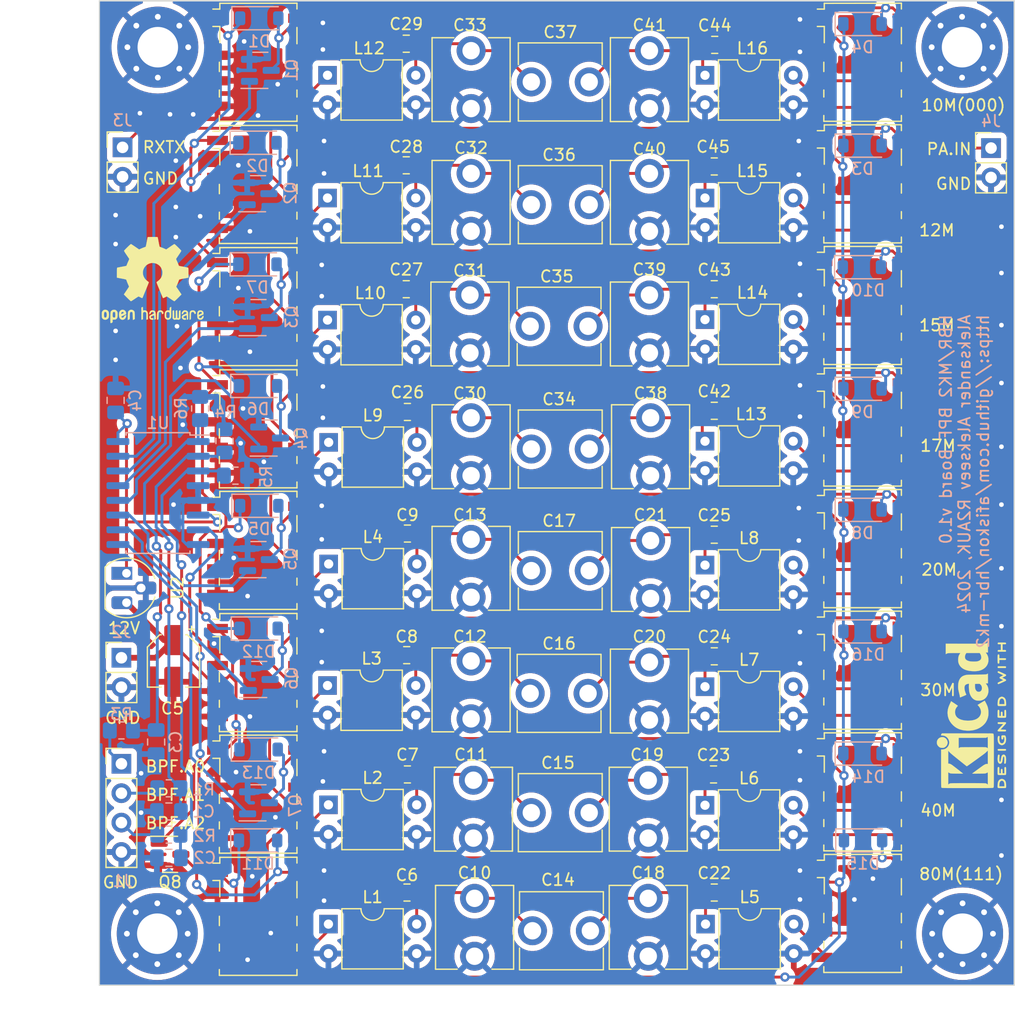
<source format=kicad_pcb>
(kicad_pcb (version 20221018) (generator pcbnew)
  (title_block (title "HBR/MK2 BPF Board") (date "2024-02-03") (rev "1.0"))
  (layers (0 "F.Cu" signal) (31 "B.Cu" signal) (34 "B.Paste" user) (35 "F.Paste" user) (36 "B.SilkS" user "B.Silkscreen") (37 "F.SilkS" user "F.Silkscreen") (38 "B.Mask" user) (39 "F.Mask" user) (44 "Edge.Cuts" user))
  (net 0 "")
  (net 1 "GND")
  (net 2 "Net-(U1-E3)")
  (net 3 "+12V")
  (net 4 "Net-(C10-Pad1)")
  (net 5 "Net-(C11-Pad1)")
  (net 6 "Net-(C12-Pad1)")
  (net 7 "Net-(C13-Pad1)")
  (net 8 "Net-(C14-Pad1)")
  (net 9 "Net-(C15-Pad1)")
  (net 10 "Net-(C16-Pad1)")
  (net 11 "Net-(C17-Pad1)")
  (net 12 "Net-(C26-Pad1)")
  (net 13 "Net-(C27-Pad1)")
  (net 14 "Net-(C28-Pad1)")
  (net 15 "Net-(C29-Pad1)")
  (net 16 "Net-(C34-Pad1)")
  (net 17 "Net-(C35-Pad1)")
  (net 18 "Net-(C36-Pad1)")
  (net 19 "Net-(C37-Pad1)")
  (net 20 "BPF_80_GND")
  (net 21 "BPF_40_GND")
  (net 22 "BPF_17_GND")
  (net 23 "BPF_20_GND")
  (net 24 "BPF_30_GND")
  (net 25 "BPF_10_GND")
  (net 26 "BPF_15_GND")
  (net 27 "BPF_12_GND")
  (net 28 "BPFS_IN")
  (net 29 "BPFS_OUT")
  (net 30 "BPF_40_IN")
  (net 32 "BPF_80_IN")
  (net 35 "BPF_40_OUT")
  (net 38 "BPF_80_OUT")
  (net 40 "BPF_17_IN")
  (net 42 "BPF_20_IN")
  (net 44 "BPF_30_IN")
  (net 47 "BPF_17_OUT")
  (net 50 "BPF_20_OUT")
  (net 53 "BPF_30_OUT")
  (net 55 "BPF_10_IN")
  (net 57 "BPF_15_IN")
  (net 59 "BPF_12_IN")
  (net 62 "BPF_10_OUT")
  (net 65 "BPF_15_OUT")
  (net 68 "BPF_12_OUT")
  (net 70 "Net-(Q1-G)")
  (net 71 "Net-(Q2-G)")
  (net 72 "Net-(Q3-G)")
  (net 73 "Net-(Q4-G)")
  (net 74 "Net-(Q5-G)")
  (net 75 "Net-(Q6-G)")
  (net 76 "Net-(Q7-G)")
  (net 77 "Net-(Q8-G)")
  (net 78 "BPF_SEL_A1")
  (net 79 "Net-(J1-Pin_2)")
  (net 80 "BPF_SEL_A2")
  (net 81 "Net-(J1-Pin_3)")
  (net 82 "BPF_SEL_A0")
  (net 83 "Net-(J1-Pin_1)")
  (footprint "Relay_SMD:Relay_DPDT_Omron_G6K-2F-Y" (layer "F.Cu") (at 130.3 91.5)
    (fp_text reference "K13" hide)
    (fp_text value "G6K-2F-Y" hide)
  )
  (footprint "MountingHole:MountingHole_3.5mm_Pad_Via" (layer "F.Cu") (at 121.643845 27)
    (fp_text reference "H1" hide)
    (fp_text value "MountingHole_Pad" hide)
  )
  (footprint "Capacitor_SMD:C_0805_2012Metric_Pad1.18x1.45mm_HandSolder" (layer "F.Cu") (at 169.7375 26.8)
    (fp_text reference "C44")
    (fp_text value "DNP" hide)
  )
  (footprint "Relay_SMD:Relay_DPDT_Omron_G6K-2F-Y" (layer "F.Cu") (at 182.5 59.8)
    (fp_text reference "K9" hide)
    (fp_text value "G6K-2F-Y" hide)
  )
  (footprint "My_Library:C_Trim_THD_L7.0mm_W6.5mm_P5.00mm" (layer "F.Cu") (at 158.9 30 180)
    (fp_text reference "C37")
    (fp_text value "5p" hide)
  )
  (footprint "My_Library:C_Trim_THD_L7.0mm_W6.5mm_P5.00mm" (layer "F.Cu") (at 164.1 37.9 -90)
    (fp_text reference "C40")
    (fp_text value "30p" hide)
  )
  (footprint "Capacitor_SMD:C_0805_2012Metric_Pad1.18x1.45mm_HandSolder" (layer "F.Cu") (at 143.2 58.5 180)
    (fp_text reference "C26")
    (fp_text value "47p" hide)
  )
  (footprint "Relay_SMD:Relay_DPDT_Omron_G6K-2F-Y" (layer "F.Cu") (at 182.5 49.3)
    (fp_text reference "K10" hide)
    (fp_text value "G6K-2F-Y" hide)
  )
  (footprint "Relay_SMD:Relay_DPDT_Omron_G6K-2F-Y" (layer "F.Cu") (at 130.3 59.95)
    (fp_text reference "K6" hide)
    (fp_text value "G6K-2F-Y")
  )
  (footprint "My_Library:C_Trim_THD_L7.0mm_W6.5mm_P5.00mm" (layer "F.Cu") (at 164.1 48.4 -90)
    (fp_text reference "C39")
    (fp_text value "30p" hide)
  )
  (footprint "My_Library:C_Trim_THD_L7.0mm_W6.5mm_P5.00mm" (layer "F.Cu") (at 158.9 93.1 180)
    (fp_text reference "C15")
    (fp_text value "20p" hide)
  )
  (footprint "MountingHole:MountingHole_3.5mm_Pad_Via" (layer "F.Cu") (at 121.6 103.553845)
    (fp_text reference "H2" hide)
    (fp_text value "MountingHole_Pad" hide)
  )
  (footprint "My_Library:C_Trim_THD_L7.0mm_W6.5mm_P5.00mm" (layer "F.Cu") (at 148.7 27.3 -90)
    (fp_text reference "C33")
    (fp_text value "30p" hide)
  )
  (footprint "Capacitor_SMD:C_0805_2012Metric_Pad1.18x1.45mm_HandSolder" (layer "F.Cu") (at 143.1 26.7 180)
    (fp_text reference "C29")
    (fp_text value "DNP" hide)
  )
  (footprint "Relay_SMD:Relay_DPDT_Omron_G6K-2F-Y" (layer "F.Cu") (at 182.5 28.3)
    (fp_text reference "K4" hide)
    (fp_text value "G6K-2F-Y" hide)
  )
  (footprint "My_Library:C_Trim_THD_L7.0mm_W6.5mm_P5.00mm" (layer "F.Cu") (at 158.8 51.1 180)
    (fp_text reference "C35")
    (fp_text value "5p" hide)
  )
  (footprint "Relay_SMD:Relay_DPDT_Omron_G6K-2F-Y" (layer "F.Cu") (at 182.5 101.8)
    (fp_text reference "K14" hide)
    (fp_text value "G6K-2F-Y" hide)
  )
  (footprint "My_Library:C_Trim_THD_L7.0mm_W6.5mm_P5.00mm" (layer "F.Cu") (at 148.7 80 -90)
    (fp_text reference "C12")
    (fp_text value "30p" hide)
  )
  (footprint "Package_DIP:DIP-4_W7.62mm" (layer "F.Cu") (at 168.9 82.225)
    (fp_text reference "L7")
    (fp_text value "T37-6" hide)
  )
  (footprint "My_Library:C_Trim_THD_L7.0mm_W6.5mm_P5.00mm" (layer "F.Cu") (at 164.1 80.1 -90)
    (fp_text reference "C20")
    (fp_text value "30p" hide)
  )
  (footprint "My_Library:C_Trim_THD_L7.0mm_W6.5mm_P5.00mm" (layer "F.Cu") (at 149 100.5 -90)
    (fp_text reference "C10")
    (fp_text value "30p" hide)
  )
  (footprint "My_Library:C_Trim_THD_L7.0mm_W6.5mm_P5.00mm" (layer "F.Cu") (at 148.7 37.9 -90)
    (fp_text reference "C32")
    (fp_text value "30p" hide)
  )
  (footprint "My_Library:C_Trim_THD_L7.0mm_W6.5mm_P5.00mm" (layer "F.Cu") (at 164 100.5 -90)
    (fp_text reference "C18")
    (fp_text value "30p" hide)
  )
  (footprint "Capacitor_SMD:C_0805_2012Metric_Pad1.18x1.45mm_HandSolder" (layer "F.Cu") (at 143.1 47.9 180)
    (fp_text reference "C27")
    (fp_text value "33p" hide)
  )
  (footprint "Package_TO_SOT_THT:TO-92_HandSolder" (layer "F.Cu") (at 118.94 72.43 -90)
    (fp_text reference "U2")
    (fp_text value "L78L33_TO92" hide)
  )
  (footprint "Capacitor_SMD:C_0805_2012Metric_Pad1.18x1.45mm_HandSolder" (layer "F.Cu") (at 143.1 37.2 180)
    (fp_text reference "C28")
    (fp_text value "22p" hide)
  )
  (footprint "Relay_SMD:Relay_DPDT_Omron_G6K-2F-Y" (layer "F.Cu") (at 182.5 91.3)
    (fp_text reference "K16" hide)
    (fp_text value "G6K-2F-Y" hide)
  )
  (footprint "Package_DIP:DIP-4_W7.62mm" (layer "F.Cu") (at 168.9 50.525)
    (fp_text reference "L14")
    (fp_text value "T37-6" hide)
  )
  (footprint "Package_DIP:DIP-4_W7.62mm" (layer "F.Cu") (at 136.4 71.625)
    (fp_text reference "L4")
    (fp_text value "T37-6" hide)
  )
  (footprint "Relay_SMD:Relay_DPDT_Omron_G6K-2F-Y" (layer "F.Cu") (at 130.3 102.05)
    (fp_text reference "K11" hide)
    (fp_text value "G6K-2F-Y" hide)
  )
  (footprint "Package_DIP:DIP-4_W7.62mm" (layer "F.Cu") (at 136.3 29.425)
    (fp_text reference "L12")
    (fp_text value "T37-6" hide)
  )
  (footprint "My_Library:C_Trim_THD_L7.0mm_W6.5mm_P5.00mm" (layer "F.Cu") (at 164 90.3 -90)
    (fp_text reference "C19")
    (fp_text value "30p" hide)
  )
  (footprint "Connector_PinHeader_2.54mm:PinHeader_1x02_P2.54mm_Vertical" (layer "F.Cu") (at 118.5 79.725)
    (fp_text reference "J2")
    (fp_text value "Conn_01x02" hide)
  )
  (footprint "Capacitor_SMD:C_0805_2012Metric_Pad1.18x1.45mm_HandSolder" (layer "F.Cu") (at 169.6375 89.8)
    (fp_text reference "C23")
    (fp_text value "150p" hide)
  )
  (footprint "Package_DIP:DIP-4_W7.62mm" (layer "F.Cu") (at 136.38 92.425)
    (fp_text reference "L2")
    (fp_text value "T37-6" hide)
  )
  (footprint "My_Library:C_Trim_THD_L7.0mm_W6.5mm_P5.00mm" (layer "F.Cu") (at 158.9 40.6 180)
    (fp_text reference "C36")
    (fp_text value "5p" hide)
  )
  (footprint "Package_DIP:DIP-4_W7.62mm" (layer "F.Cu") (at 168.9 71.725)
    (fp_text reference "L8")
    (fp_text value "T37-6" hide)
  )
  (footprint "Capacitor_SMD:C_0805_2012Metric_Pad1.18x1.45mm_HandSolder" (layer "F.Cu") (at 143.2 69 180)
    (fp_text reference "C9")
    (fp_text value "68p" hide)
  )
  (footprint "My_Library:C_Trim_THD_L7.0mm_W6.5mm_P5.00mm" (layer "F.Cu") (at 164.2 59 -90)
    (fp_text reference "C38")
    (fp_text value "30p" hide)
  )
  (footprint "Package_DIP:DIP-4_W7.62mm" (layer "F.Cu") (at 136.3 40.025)
    (fp_text reference "L11")
    (fp_text value "T37-6" hide)
  )
  (footprint "Relay_SMD:Relay_DPDT_Omron_G6K-2F-Y" (layer "F.Cu") (at 130.3 38.85)
    (fp_text reference "K1" hide)
    (fp_text value "G6K-2F-Y" hide)
  )
  (footprint "Capacitor_SMD:C_0805_2012Metric_Pad1.18x1.45mm_HandSolder" (layer "F.Cu") (at 169.7 79.6)
    (fp_text reference "C24")
    (fp_text value "100p" hide)
  )
  (footprint "Capacitor_SMD:CP_Elec_4x5.4" (layer "F.Cu") (at 123 80 -90)
    (fp_text reference "C5")
    (fp_text value "10u" hide)
  )
  (footprint "Relay_SMD:Relay_DPDT_Omron_G6K-2F-Y" (layer "F.Cu") (at 130.3 70.45)
    (fp_text reference "K5" hide)
    (fp_text value "G6K-2F-Y" hide)
  )
  (footprint "Connector_PinHeader_2.54mm:PinHeader_1x02_P2.54mm_Vertical" (layer "F.Cu") (at 118.6 35.65)
    (fp_text reference "J3")
    (fp_text value "Conn_01x02" hide)
  )
  (footprint "My_Library:C_Trim_THD_L7.0mm_W6.5mm_P5.00mm" (layer "F.Cu") (at 148.7 69.5 -90)
    (fp_text reference "C13")
    (fp_text value "30p" hide)
  )
  (footprint "Capacitor_SMD:C_0805_2012Metric_Pad1.18x1.45mm_HandSolder" (layer "F.Cu") (at 169.7 58.4)
    (fp_text reference "C42")
    (fp_text value "47p" hide)
  )
  (footprint "Package_DIP:DIP-4_W7.62mm" (layer "F.Cu") (at 136.38 102.725)
    (fp_text reference "L1")
    (fp_text value "T37-2" hide)
  )
  (footprint "Capacitor_SMD:C_0805_2012Metric_Pad1.18x1.45mm_HandSolder" (layer "F.Cu") (at 169.7 69.1)
    (fp_text reference "C25")
    (fp_text value "68p" hide)
  )
  (footprint "My_Library:C_Trim_THD_L7.0mm_W6.5mm_P5.00mm" (layer "F.Cu") (at 148.9 90.3 -90)
    (fp_text reference "C11")
    (fp_text value "30p" hide)
  )
  (footprint "My_Library:C_Trim_THD_L7.0mm_W6.5mm_P5.00mm" (layer "F.Cu") (at 158.8 82.8 180)
    (fp_text reference "C16")
    (fp_text value "10p" hide)
  )
  (footprint "Capacitor_SMD:C_0805_2012Metric_Pad1.18x1.45mm_HandSolder" (layer "F.Cu") (at 143.2 89.8 180)
    (fp_text reference "C7")
    (fp_text value "150p" hide)
  )
  (footprint "Capacitor_SMD:C_0805_2012Metric_Pad1.18x1.45mm_HandSolder" (layer "F.Cu") (at 169.7 100)
    (fp_text reference "C22")
    (fp_text value "470p" hide)
  )
  (footprint "My_Library:C_Trim_THD_L7.0mm_W6.5mm_P5.00mm" (layer "F.Cu") (at 164.2 69.6 -90)
    (fp_text reference "C21")
    (fp_text value "30p" hide)
  )
  (footprint "Connector_PinHeader_2.54mm:PinHeader_1x04_P2.54mm_Vertical" (layer "F.Cu") (at 118.5 88.88)
    (fp_text reference "J1")
    (fp_text value "Conn_01x04" hide)
  )
  (footprint "Capacitor_SMD:C_0805_2012Metric_Pad1.18x1.45mm_HandSolder" (layer "F.Cu") (at 169.7 37.3)
    (fp_text reference "C45")
    (fp_text value "22p" hide)
  )
  (footprint "My_Library:C_Trim_THD_L7.0mm_W6.5mm_P5.00mm" (layer "F.Cu") (at 148.6 48.4 -90)
    (fp_text reference "C31")
    (fp_text value "30p" hide)
  )
  (footprint "Relay_SMD:Relay_DPDT_Omron_G6K-2F-Y" (layer "F.Cu") (at 130.3 28.3)
    (fp_text reference "K2" hide)
    (fp_text value "G6K-2F-Y" hide)
  )
  (footprint "Capacitor_SMD:C_0805_2012Metric_Pad1.18x1.45mm_HandSolder" (layer "F.Cu") (at 143.1375 79.5 180)
    (fp_text reference "C8")
    (fp_text value "100p" hide)
  )
  (footprint "Symbol:OSHW-Logo2_9.8x8mm_SilkScreen" (layer "F.Cu") (at 121.2 47.1)
    (fp_text reference "SYM1" hide)
    (fp_text value "Logo_Open_Hardware_Small" hide)
  )
  (footprint "Relay_SMD:Relay_DPDT_Omron_G6K-2F-Y" (layer "F.Cu") (at 182.5 70.3)
    (fp_text reference "K8" hide)
    (fp_text value "G6K-2F-Y" hide)
  )
  (footprint "My_Library:C_Trim_THD_L7.0mm_W6.5mm_P5.00mm" (layer "F.Cu") (at 164.1 27.3 -90)
    (fp_text reference "C41")
    (fp_text value "30p" hide)
  )
  (footprint "Relay_SMD:Relay_DPDT_Omron_G6K-2F-Y" (layer "F.Cu") (at 182.5 38.8)
    (fp_text reference "K3" hide)
    (fp_text value "G6K-2F-Y" hide)
  )
  (footprint "Package_DIP:DIP-4_W7.62mm" (layer "F.Cu") (at 136.4 61.125)
    (fp_text reference "L9")
    (fp_text value "T37-6" hide)
  )
  (footprint "My_Library:C_Trim_THD_L7.0mm_W6.5mm_P5.00mm" (layer "F.Cu") (at 158.9 61.7 180)
    (fp_text reference "C34")
    (fp_text value "10p" hide)
  )
  (footprint "Symbol:KiCad-Logo2_5mm_SilkScreen" (layer "F.Cu") (at 191.9 84.7 90)
    (fp_text reference "SYM2" hide)
    (fp_text value "SYM_Radio_Waves_Large" hide)
  )
  (footprint "My_Library:C_Trim_THD_L7.0mm_W6.5mm_P5.00mm" (layer "F.Cu") (at 158.9 72.2 180)
    (fp_text reference "C17")
    (fp_text value "10p" hide)
  )
  (footprint "MountingHole:MountingHole_3.5mm_Pad_Via" (layer "F.Cu") (at 191.1 27)
    (fp_text reference "H3" hide)
    (fp_text value "MountingHole_Pad" hide)
  )
  (footprint "Capacitor_SMD:C_0805_2012Metric_Pad1.18x1.45mm_HandSolder" (layer "F.Cu") (at 143.1625 100 180)
    (fp_text reference "C6")
    (fp_text value "470p" hide)
  )
  (footprint "Package_DIP:DIP-4_W7.62mm" (layer "F.Cu") (at 168.9 61.025)
    (fp_text reference "L13")
    (fp_text value "T37-6" hide)
  )
  (footprint "Package_DIP:DIP-4_W7.62mm" (layer "F.Cu") (at 136.3 82.125)
    (fp_text reference "L3")
    (fp_text value "T37-6" hide)
  )
  (footprint "Package_DIP:DIP-4_W7.62mm" (layer "F.Cu") (at 136.3 50.56)
    (fp_text reference "L10")
    (fp_text value "T37-6" hide)
  )
  (footprint "Package_DIP:DIP-4_W7.62mm" (layer "F.Cu") (at 168.945 102.725)
    (fp_text reference "L5")
    (fp_text value "T37-2" hide)
  )
  (footprint "MountingHole:MountingHole_3.5mm_Pad_Via" (layer "F.Cu") (at 191.143845 103.553845)
    (fp_text reference "H4" hide)
    (fp_text value "MountingHole_Pad" hide)
  )
  (footprint "My_Library:C_Trim_THD_L7.0mm_W6.5mm_P5.00mm" (layer "F.Cu") (at 148.7 59 -90)
    (fp_text reference "C30")
    (fp_text value "30p" hide)
  )
  (footprint "Relay_SMD:Relay_DPDT_Omron_G6K-2F-Y" (layer "F.Cu") (at 182.5 80.8)
    (fp_text reference "K15" hide)
    (fp_text value "G6K-2F-Y" hide)
  )
  (footprint "My_Library:C_Trim_THD_L7.0mm_W6.5mm_P5.00mm" (layer "F.Cu") (at 159 103.3 180)
    (fp_text reference "C14")
    (fp_text value "50p" hide)
  )
  (footprint "Connector_PinHeader_2.54mm:PinHeader_1x02_P2.54mm_Vertical" (layer "F.Cu") (at 193.6 35.71)
    (fp_text reference "J4")
    (fp_text value "Conn_01x02" hide)
  )
  (footprint "Package_DIP:DIP-4_W7.62mm" (layer "F.Cu") (at 168.9 92.46)
    (fp_text reference "L6")
    (fp_text value "T37-6" hide)
  )
  (footprint "Package_DIP:DIP-4_W7.62mm" (layer "F.Cu") (at 168.9 29.425)
    (fp_text reference "L16")
    (fp_text value "T37-6" hide)
  )
  (footprint "Package_TO_SOT_SMD:SOT-23" (layer "F.Cu") (at 122.7 96.7)
    (fp_text reference "Q8")
    (fp_text value "2N7002" hide)
  )
  (footprint "Relay_SMD:Relay_DPDT_Omron_G6K-2F-Y" (layer "F.Cu") (at 130.3 49.4)
    (fp_text reference "K7" hide)
    (fp_text value "G6K-2F-Y" hide)
  )
  (footprint "Capacitor_SMD:C_0805_2012Metric_Pad1.18x1.45mm_HandSolder" (layer "F.Cu") (at 169.7 47.9)
    (fp_text reference "C43")
    (fp_text value "33p" hide)
  )
  (footprint "Package_DIP:DIP-4_W7.62mm" (layer "F.Cu") (at 168.9 40.025)
    (fp_text reference "L15")
    (fp_text value "T37-6" hide)
  )
  (footprint "Relay_SMD:Relay_DPDT_Omron_G6K-2F-Y" (layer "F.Cu") (at 130.3 81)
    (fp_text reference "K12" hide)
    (fp_text value "G6K-2F-Y")
  )
  (footprint "Diode_SMD:D_SOD-123" (layer "B.Cu") (at 182.5 35.5)
    (fp_text reference "D3")
    (fp_text value "1N4148W" hide)
  )
  (footprint "Diode_SMD:D_SOD-123" (layer "B.Cu") (at 182.5 25)
    (fp_text reference "D4")
    (fp_text value "1N4148W" hide)
  )
  (footprint "Package_TO_SOT_SMD:SOT-23" (layer "B.Cu") (at 130.3375 92.25)
    (fp_text reference "Q7")
    (fp_text value "2N7002" hide)
  )
  (footprint "Diode_SMD:D_SOD-123" (layer "B.Cu") (at 130.35 77.2)
    (fp_text reference "D12")
    (fp_text value "1N4148W" hide)
  )
  (footprint "Package_TO_SOT_SMD:SOT-23" (layer "B.Cu") (at 130.3375 50.35)
    (fp_text reference "Q3")
    (fp_text value "2N7002" hide)
  )
  (footprint "Diode_SMD:D_SOD-123" (layer "B.Cu") (at 182.5 88)
    (fp_text reference "D14")
    (fp_text value "1N4148W" hide)
  )
  (footprint "Diode_SMD:D_SOD-123" (layer "B.Cu") (at 130.3 95.5)
    (fp_text reference "D11")
    (fp_text value "1N4148W" hide)
  )
  (footprint "Diode_SMD:D_SOD-123" (layer "B.Cu") (at 182.5 56.5)
    (fp_text reference "D9")
    (fp_text value "1N4148W" hide)
  )
  (footprint "Diode_SMD:D_SOD-123" (layer "B.Cu") (at 182.5 77.45)
    (fp_text reference "D16")
    (fp_text value "1N4148W" hide)
  )
  (footprint "Capacitor_SMD:C_0805_2012Metric_Pad1.18x1.45mm_HandSolder" (layer "B.Cu") (at 121.5 87 90)
    (fp_text reference "C3")
    (fp_text value "0.1u" hide)
  )
  (footprint "Package_TO_SOT_SMD:SOT-23" (layer "B.Cu") (at 130.3 39.65)
    (fp_text reference "Q2")
    (fp_text value "2N7002" hide)
  )
  (footprint "Diode_SMD:D_SOD-123" (layer "B.Cu") (at 182.55 95.5)
    (fp_text reference "D15")
    (fp_text value "1N4148W" hide)
  )
  (footprint "Capacitor_SMD:C_0805_2012Metric_Pad1.18x1.45mm_HandSolder" (layer "B.Cu") (at 122.6 97)
    (fp_text reference "C2")
    (fp_text value "0.1u" hide)
  )
  (footprint "Package_TO_SOT_SMD:SOT-23" (layer "B.Cu") (at 130.4 81.6)
    (fp_text reference "Q6")
    (fp_text value "2N7002" hide)
  )
  (footprint "Resistor_SMD:R_0805_2012Metric_Pad1.20x1.40mm_HandSolder" (layer "B.Cu") (at 128.35 64 180)
    (fp_text reference "R5")
    (fp_text value "10K" hide)
  )
  (footprint "Resistor_SMD:R_0805_2012Metric_Pad1.20x1.40mm_HandSolder" (layer "B.Cu") (at 127.4 61 -90)
    (fp_text reference "R4")
    (fp_text value "10K" hide)
  )
  (footprint "Resistor_SMD:R_0805_2012Metric_Pad1.20x1.40mm_HandSolder" (layer "B.Cu") (at 122.6 95 180)
    (fp_text reference "R2")
    (fp_text value "22" hide)
  )
  (footprint "Diode_SMD:D_SOD-123" (layer "B.Cu") (at 130.3 56.25)
    (fp_text reference "D6")
    (fp_text value "1N4148W" hide)
  )
  (footprint "Resistor_SMD:R_0805_2012Metric_Pad1.20x1.40mm_HandSolder" (layer "B.Cu") (at 122.6 91 180)
    (fp_text reference "R1")
    (fp_text value "22" hide)
  )
  (footprint "Diode_SMD:D_SOD-123" (layer "B.Cu") (at 130.4 66.6)
    (fp_text reference "D5")
    (fp_text value "1N4148W")
  )
  (footprint "Diode_SMD:D_SOD-123" (layer "B.Cu") (at 182.45 46)
    (fp_text reference "D10")
    (fp_text value "1N4148W" hide)
  )
  (footprint "Package_TO_SOT_SMD:SOT-23" (layer "B.Cu") (at 130.3375 71.25)
    (fp_text reference "Q5")
    (fp_text value "2N7002" hide)
  )
  (footprint "Package_TO_SOT_SMD:SOT-23" (layer "B.Cu") (at 130.5 29)
    (fp_text reference "Q1")
    (fp_text value "2N7002" hide)
  )
  (footprint "Diode_SMD:D_SOD-123" (layer "B.Cu") (at 130.4 24.5)
    (fp_text reference "D1")
    (fp_text value "1N4148W" hide)
  )
  (footprint "Diode_SMD:D_SOD-123" (layer "B.Cu") (at 130.25 35.25)
    (fp_text reference "D2")
    (fp_text value "1N4148W" hide)
  )
  (footprint "Diode_SMD:D_SOD-123" (layer "B.Cu") (at 130.35 87.65)
    (fp_text reference "D13")
    (fp_text value "1N4148W" hide)
  )
  (footprint "Capacitor_SMD:C_0805_2012Metric_Pad1.18x1.45mm_HandSolder" (layer "B.Cu") (at 122.6 93)
    (fp_text reference "C1")
    (fp_text value "0.1u" hide)
  )
  (footprint "Package_SO:SO-16_5.3x10.2mm_P1.27mm" (layer "B.Cu") (at 121.6625 65.5 180)
    (fp_text reference "U1")
    (fp_text value "74HC238" hide)
  )
  (footprint "Diode_SMD:D_SOD-123" (layer "B.Cu") (at 182.5 66.95)
    (fp_text reference "D8")
    (fp_text value "1N4148W" hide)
  )
  (footprint "Resistor_SMD:R_0805_2012Metric_Pad1.20x1.40mm_HandSolder" (layer "B.Cu") (at 118.5 86 180)
    (fp_text reference "R3")
    (fp_text value "22" hide)
  )
  (footprint "Diode_SMD:D_SOD-123" (layer "B.Cu") (at 130.25 45.75)
    (fp_text reference "D7")
    (fp_text value "1N4148W" hide)
  )
  (footprint "Package_TO_SOT_SMD:SOT-23" (layer "B.Cu") (at 131.3 60.75)
    (fp_text reference "Q4")
    (fp_text value "2N7002" hide)
  )
  (footprint "Resistor_SMD:R_0805_2012Metric_Pad1.20x1.40mm_HandSolder" (layer "B.Cu") (at 125.3 58.2 -90)
    (fp_text reference "R6")
    (fp_text value "10K" hide)
  )
  (footprint "Capacitor_SMD:C_0805_2012Metric_Pad1.18x1.45mm_HandSolder" (layer "B.Cu") (at 118 57.5 -90)
    (fp_text reference "C4")
    (fp_text value "0.1u" hide)
  )
  (gr_line (start 195.6 108) (end 195.6 23) (stroke (width 0.1)) (layer "Edge.Cuts"))
  (gr_line (start 116.6 108) (end 195.6 108) (stroke (width 0.1)) (layer "Edge.Cuts"))
  (gr_line (start 195.6 23) (end 116.6 23) (stroke (width 0.1)) (layer "Edge.Cuts"))
  (gr_line (start 116.6 23) (end 116.6 108) (stroke (width 0.1)) (layer "Edge.Cuts"))
  (gr_text "HBR/MK2 BPF Board v1.0\nAleksander Alekseev R2AUK, 2024\nhttps://github.com/afiskon/hbr-mk2" (at 193.5 50 90) (layer "B.SilkS") (effects (font (size 1 1)) (justify left bottom mirror)))
  (gr_text "BPF.A1" (at 120.5 92.15) (layer "F.SilkS") (effects (font (size 1 1)) (justify left bottom)))
  (gr_text "RXTX" (at 120.25 36.225) (layer "F.SilkS") (effects (font (size 1 1)) (justify left bottom)))
  (gr_text "12M" (at 187.3 43.4) (layer "F.SilkS") (effects (font (size 1 1)) (justify left bottom)))
  (gr_text "GND" (at 188.75 39.385) (layer "F.SilkS") (effects (font (size 1 1)) (justify left bottom)))
  (gr_text "15M" (at 187.3 51.6) (layer "F.SilkS") (effects (font (size 1 1)) (justify left bottom)))
  (gr_text "PA.IN" (at 187.95 36.385) (layer "F.SilkS") (effects (font (size 1 1)) (justify left bottom)))
  (gr_text "17M" (at 187.4 62) (layer "F.SilkS") (effects (font (size 1 1)) (justify left bottom)))
  (gr_text "12V" (at 117.25 77.75) (layer "F.SilkS") (effects (font (size 1 1)) (justify left bottom)))
  (gr_text "GND" (at 120.25 38.925) (layer "F.SilkS") (effects (font (size 1 1)) (justify left bottom)))
  (gr_text "BPF.A0" (at 120.5 89.7) (layer "F.SilkS") (effects (font (size 1 1)) (justify left bottom)))
  (gr_text "GND" (at 116.8 99.7) (layer "F.SilkS") (effects (font (size 1 1)) (justify left bottom)))
  (gr_text "BPF.A2" (at 120.5 94.6) (layer "F.SilkS") (effects (font (size 1 1)) (justify left bottom)))
  (gr_text "30M" (at 187.4 83.1) (layer "F.SilkS") (effects (font (size 1 1)) (justify left bottom)))
  (gr_text "20M" (at 187.5 72.7) (layer "F.SilkS") (effects (font (size 1 1)) (justify left bottom)))
  (gr_text "80M(111)" (at 187.3 99) (layer "F.SilkS") (effects (font (size 1 1)) (justify left bottom)))
  (gr_text "40M" (at 187.4 93.5) (layer "F.SilkS") (effects (font (size 1 1)) (justify left bottom)))
  (gr_text "GND" (at 117 85.5) (layer "F.SilkS") (effects (font (size 1 1)) (justify left bottom)))
  (gr_text "10M(000)" (at 187.5 32.6) (layer "F.SilkS") (effects (font (size 1 1)) (justify left bottom)))
  (via (at 181.8 100.6) (size 0.8) (drill 0.4) (layers "F.Cu" "B.Cu") (net 1))
  (via (at 177.1 24.6) (size 0.8) (drill 0.4) (layers "F.Cu" "B.Cu") (net 1))
  (via (at 131.4 103.5) (size 0.8) (drill 0.4) (layers "F.Cu" "B.Cu") (net 1))
  (via (at 124.7 32.8) (size 0.8) (drill 0.4) (layers "F.Cu" "B.Cu") (net 1))
  (via (at 123 66.5) (size 0.8) (drill 0.4) (layers "F.Cu" "B.Cu") (net 1))
  (via (at 135.8 48.5) (size 0.8) (drill 0.4) (layers "F.Cu" "B.Cu") (net 1))
  (via (at 123.2 43.4) (size 0.8) (drill 0.4) (layers "F.Cu" "B.Cu") (net 1))
  (via (at 194.5 72) (size 0.8) (drill 0.4) (layers "F.Cu" "B.Cu") (net 1))
  (via (at 177 66.8) (size 0.8) (drill 0.4) (layers "F.Cu" "B.Cu") (net 1))
  (via (at 128.8 61.2) (size 0.8) (drill 0.4) (layers "F.Cu" "B.Cu") (net 1))
  (via (at 123.2 40.8) (size 0.8) (drill 0.4) (layers "F.Cu" "B.Cu") (net 1))
  (via (at 135.8 77.4) (size 0.8) (drill 0.4) (layers "F.Cu" "B.Cu") (net 1))
  (via (at 177.1 77.5) (size 0.8) (drill 0.4) (layers "F.Cu" "B.Cu") (net 1))
  (via (at 129.6 42.9) (size 0.8) (drill 0.4) (layers "F.Cu" "B.Cu") (net 1))
  (via (at 129.1 26.5) (size 0.8) (drill 0.4) (layers "F.Cu" "B.Cu") (net 1))
  (via (at 177 69.6) (size 0.8) (drill 0.4) (layers "F.Cu" "B.Cu") (net 1))
  (via (at 177.1 45.7) (size 0.8) (drill 0.4) (layers "F.Cu" "B.Cu") (net 1))
  (via (at 118 54) (size 0.8) (drill 0.4) (layers "F.Cu" "B.Cu") (net 1))
  (via (at 135.9 24.9) (size 0.8) (drill 0.4) (layers "F.Cu" "B.Cu") (net 1))
  (via (at 131.8 93.5) (size 0.8) (drill 0.4) (layers "F.Cu" "B.Cu") (net 1))
  (via (at 135.8 45.8) (size 0.8) (drill 0.4) (layers "F.Cu" "B.Cu") (net 1))
  (via (at 194.5 66.5) (size 0.8) (drill 0.4) (layers "F.Cu" "B.Cu") (net 1))
  (via (at 129.6 53.3) (size 0.8) (drill 0.4) (layers "F.Cu" "B.Cu") (net 1))
  (via (at 120.1 32.7) (size 0.8) (drill 0.4) (layers "F.Cu" "B.Cu") (net 1))
  (via (at 135.8 80.1) (size 0.8) (drill 0.4) (layers "F.Cu" "B.Cu") (net 1))
  (via (at 136 87.8) (size 0.8) (drill 0.4) (layers "F.Cu" "B.Cu") (net 1))
  (via (at 135.8 69.5) (size 0.8) (drill 0.4) (layers "F.Cu" "B.Cu") (net 1))
  (via (at 123.8 59.6) (size 0.8) (drill 0.4) (layers "F.Cu" "B.Cu") (net 1))
  (via (at 135.9 59) (size 0.8) (drill 0.4) (layers "F.Cu" "B.Cu") (net 1))
  (via (at 194.5 61.5) (size 0.8) (drill 0.4) (layers "F.Cu" "B.Cu") (net 1))
  (via (at 177 35.1) (size 0.8) (drill 0.4) (layers "F.Cu" "B.Cu") (net 1))
  (via (at 118 44) (size 0.8) (drill 0.4) (layers "F.Cu" "B.Cu") (net 1))
  (via (at 194.5 51) (size 0.8) (drill 0.4) (layers "F.Cu" "B.Cu") (net 1))
  (via (at 177.1 87.8) (size 0.8) (drill 0.4) (layers "F.Cu" "B.Cu") (net 1))
  (via (at 177.1 58.9) (size 0.8) (drill 0.4) (layers "F.Cu" "B.Cu") (net 1))
  (via (at 123.3 51.1) (size 0.8) (drill 0.4) (layers "F.Cu" "B.Cu") (net 1))
  (via (at 125.3 41.6) (size 0.8) (drill 0.4) (layers "F.Cu" "B.Cu") (net 1))
  (via (at 120.2 89.7) (size 0.8) (drill 0.4) (layers "F.Cu" "B.Cu") (net 1))
  (via (at 194.5 42.5) (size 0.8) (drill 0.4) (layers "F.Cu" "B.Cu") (net 1))
  (via (at 120.2 93.1) (size 0.8) (drill 0.4) (layers "F.Cu" "B.Cu") (net 1))
  (via (at 177.1 48.4) (size 0.8) (drill 0.4) (layers "F.Cu" "B.Cu") (net 1))
  (via (at 129.6 84.8) (size 0.8) (drill 0.4) (layers "F.Cu" "B.Cu") (net 1))
  (via (at 177.1 100.6) (size 0.8) (drill 0.4) (layers "F.Cu" "B.Cu") (net 1))
  (via (at 177 38) (size 0.8) (drill 0.4) (layers "F.Cu" "B.Cu") (net 1))
  (via (at 135.8 66.6) (size 0.8) (drill 0.4) (layers "F.Cu" "B.Cu") (net 1))
  (via (at 126.5 78.5) (size 0.8) (drill 0.4) (layers "F.Cu" "B.Cu") (net 1))
  (via (at 177.1 27.4) (size 0.8) (drill 0.4) (layers "F.Cu" "B.Cu") (net 1))
  (via (at 122.7 32.8) (size 0.8) (drill 0.4) (layers "F.Cu" "B.Cu") (net 1))
  (via (at 118 41.5) (size 0.8) (drill 0.4) (layers "F.Cu" "B.Cu") (net 1))
  (via (at 177.1 80.2) (size 0.8) (drill 0.4) (layers "F.Cu" "B.Cu") (net 1))
  (via (at 194.5 92) (size 0.8) (drill 0.4) (layers "F.Cu" "B.Cu") (net 1))
  (via (at 129.8 98.6) (size 0.8) (drill 0.4) (layers "F.Cu" "B.Cu") (net 1))
  (via (at 135.9 56.3) (size 0.8) (drill 0.4) (layers "F.Cu" "B.Cu") (net 1))
  (via (at 177.1 98.1) (size 0.8) (drill 0.4) (layers "F.Cu" "B.Cu") (net 1))
  (via (at 136 100.7) (size 0.8) (drill 0.4) (layers "F.Cu" "B.Cu") (net 1))
  (via (at 194.5 96.8) (size 0.8) (drill 0.4) (layers "F.Cu" "B.Cu") (net 1))
  (via (at 118 51.5) (size 0.8) (drill 0.4) (layers "F.Cu" "B.Cu") (net 1))
  (via (at 123.2 36.8) (size 0.8) (drill 0.4) (layers "F.Cu" "B.Cu") (net 1))
  (via (at 129 58.2) (size 0.8) (drill 0.4) (layers "F.Cu" "B.Cu") (net 1))
  (via (at 128.4 89.6) (size 0.8) (drill 0.4) (layers "F.Cu" "B.Cu") (net 1))
  (via (at 136 35.1) (size 0.8) (drill 0.4) (layers "F.Cu" "B.Cu") (net 1))
  (via (at 177.1 90.3) (size 0.8) (drill 0.4) (layers "F.Cu" "B.Cu") (net 1))
  (via (at 177.1 56.2) (size 0.8) (drill 0.4) (layers "F.Cu" "B.Cu") (net 1))
  (via (at 183.4 98.8) (size 0.8) (drill 0.4) (layers "F.Cu" "B.Cu") (net 1))
  (via (at 135.9 27.2) (size 0.8) (drill 0.4) (layers "F.Cu" "B.Cu") (net 1))
  (via (at 136 37.9) (size 0.8) (drill 0.4) (layers "F.Cu" "B.Cu") (net 1))
  (via (at 132 30.2) (size 0.8) (drill 0.4) (layers "F.Cu" "B.Cu") (net 1))
  (via (at 194.5 56) (size 0.8) (drill 0.4) (layers "F.Cu" "B.Cu") (net 1))
  (via (at 128.2 71.1) (size 0.8) (drill 0.4) (layers "F.Cu" "B.Cu") (net 1))
  (via (at 194.5 46.5) (size 0.8) (drill 0.4) (layers "F.Cu" "B.Cu") (net 1))
  (via (at 194.5 77) (size 0.8) (drill 0.4) (layers "F.Cu" "B.Cu") (net 1))
  (via (at 136 98.1) (size 0.8) (drill 0.4) (layers "F.Cu" "B.Cu") (net 1))
  (via (at 129.4 105.8) (size 0.8) (drill 0.4) (layers "F.Cu" "B.Cu") (net 1))
  (via (at 128.6 47.8) (size 0.8) (drill 0.4) (layers "F.Cu" "B.Cu") (net 1))
  (via (at 135.9 90.4) (size 0.8) (drill 0.4) (layers "F.Cu" "B.Cu") (net 1))
  (via (at 130.3 32.9) (size 0.8) (drill 0.4) (layers "F.Cu" "B.Cu") (net 1))
  (via (at 130.8 62.8) (size 0.8) (drill 0.4) (layers "F.Cu" "B.Cu") (net 1))
  (via (at 129.4 74.4) (size 0.8) (drill 0.4) (layers "F.Cu" "B.Cu") (net 1))
  (via (at 123.6 54.7) (size 0.8) (drill 0.4) (layers "F.Cu" "B.Cu") (net 1))
  (via (at 128.6 37.2) (size 0.8) (drill 0.4) (layers "F.Cu" "B.Cu") (net 1))
  (segment (start 124.137501 69.945) (end 123.8125 69.619999) (width 0.25) (layer "B.Cu") (net 1))
  (segment (start 123.8125 69.619999) (end 123.8125 66.460001) (width 0.25) (layer "B.Cu") (net 1))
  (segment (start 123.8125 66.460001) (end 124.137501 66.135) (width 0.25) (layer "B.Cu") (net 1))
  (segment (start 125.125 69.945) (end 124.137501 69.945) (width 0.25) (layer "B.Cu") (net 1))
  (segment (start 124.137501 66.135) (end 125.125 66.135) (width 0.25) (layer "B.Cu") (net 1))
  (segment (start 125.125 66.135) (end 125.125 64.865) (width 0.25) (layer "B.Cu") (net 1))
  (segment (start 118.94 68.5) (end 118.94 68.06) (width 0.25) (layer "F.Cu") (net 2))
  (segment (start 119 59.5) (end 118.94 59.44) (width 0.25) (layer "F.Cu") (net 2))
  (segment (start 118.94 68.06) (end 119 68) (width 0.25) (layer "F.Cu") (net 2))
  (segment (start 118.94 68.5) (end 118.94 59.56) (width 0.25) (layer "F.Cu") (net 2))
  (segment (start 119 68) (end 126.8 68) (width 0.25) (layer "F.Cu") (net 2))
  (segment (start 118.94 72.43) (end 118.94 68.5) (width 0.25) (layer "F.Cu") (net 2))
  (segment (start 118.94 59.56) (end 119 59.5) (width 0.25) (layer "F.Cu") (net 2))
  (via (at 126.8 68) (size 0.8) (drill 0.4) (layers "F.Cu" "B.Cu") (net 2))
  (via (at 119 59.5) (size 0.8) (drill 0.4) (layers "F.Cu" "B.Cu") (net 2))
  (segment (start 118.2 61.055) (end 118.2 60.3) (width 0.25) (layer "B.Cu") (net 2))
  (segment (start 126.205 67.405) (end 125.125 67.405) (width 0.25) (layer "B.Cu") (net 2))
  (segment (start 118.9625 59.5) (end 118 58.5375) (width 0.25) (layer "B.Cu") (net 2))
  (segment (start 119 59.5) (end 118.9625 59.5) (width 0.25) (layer "B.Cu") (net 2))
  (segment (start 118.2 60.3) (end 119 59.5) (width 0.25) (layer "B.Cu") (net 2))
  (segment (start 126.8 68) (end 126.205 67.405) (width 0.25) (layer "B.Cu") (net 2))
  (segment (start 126.8 45.6) (end 124.5 43.3) (width 0.25) (layer "F.Cu") (net 3))
  (segment (start 128.2 99.2) (end 127.8 99.2) (width 0.25) (layer "F.Cu") (net 3))
  (segment (start 125.2 96.65) (end 125.2 89.3) (width 0.25) (layer "F.Cu") (net 3))
  (segment (start 125.2 47.2) (end 126.8 45.6) (width 0.25) (layer "F.Cu") (net 3))
  (segment (start 125.3 69.5) (end 126 68.8) (width 0.25) (layer "F.Cu") (net 3))
  (segment (start 179 88) (end 179 87.5) (width 0.25) (layer "F.Cu") (net 3))
  (segment (start 179 25) (end 179 24.5) (width 0.25) (layer "F.Cu") (net 3))
  (segment (start 125.5 65.5) (end 125.5 57.45) (width 0.25) (layer "F.Cu") (net 3))
  (segment (start 180.9 78.9) (end 179 77) (width 0.25) (layer "F.Cu") (net 3))
  (segment (start 125.25 54.6) (end 125.2 54.6) (width 0.25) (layer "F.Cu") (net 3))
  (segment (start 125.2 54.55) (end 125.2 54.55) (width 0.25) (layer "F.Cu") (net 3))
  (segment (start 179.65 99.1) (end 179 98.45) (width 0.25) (layer "F.Cu") (net 3))
  (segment (start 127.8 99.2) (end 126.85 98.25) (width 0.25) (layer "F.Cu") (net 3))
  (segment (start 180.9 89.9) (end 179 88) (width 0.25) (layer "F.Cu") (net 3))
  (segment (start 124.8 35.3) (end 124.9 35.3) (width 0.25) (layer "F.Cu") (net 3))
  (segment (start 121.475 79.725) (end 123 78.2) (width 0.5) (layer "F.Cu") (net 3))
  (segment (start 175.8 107.3) (end 133.1 107.3) (width 0.25) (layer "F.Cu") (net 3))
  (segment (start 118.5 79.725) (end 121.475 79.725) (width 0.5) (layer "F.Cu") (net 3))
  (segment (start 127.85 81.25) (end 128.1 81) (width 0.25) (layer "F.Cu") (net 3))
  (segment (start 128.6 68.5) (end 128.5 68.4) (width 0.25) (layer "F.Cu") (net 3))
  (segment (start 133.1 107.3) (end 128.4 102.6) (width 0.25) (layer "F.Cu") (net 3))
  (segment (start 180.8 47.9) (end 179 46.1) (width 0.25) (layer "F.Cu") (net 3))
  (segment (start 126.65 66.65) (end 125.5 65.5) (width 0.25) (layer "F.Cu") (net 3))
  (segment (start 124.9 35.3) (end 125.15 35.05) (width 0.25) (layer "F.Cu") (net 3))
  (segment (start 180.8 58.4) (end 180.8 57.8) (width 0.25) (layer "F.Cu") (net 3))
  (segment (start 127.525 67.375) (end 126.8 66.65) (width 0.25) (layer "F.Cu") (net 3))
  (segment (start 128.4 99.4) (end 128.2 99.2) (width 0.25) (layer "F.Cu") (net 3))
  (segment (start 128.4 102.6) (end 128.4 99.4) (width 0.25) (layer "F.Cu") (net 3))
  (segment (start 127.7 26) (end 126.8 25.1) (width 0.25) (layer "F.Cu") (net 3))
  (segment (start 125.2 54.6) (end 125.2 54.55) (width 0.25) (layer "F.Cu") (net 3))
  (segment (start 127.5 87.7) (end 126.8 87.7) (width 0.25) (layer "F.Cu") (net 3))
  (segment (start 128.4 81.8) (end 128.4 85.5) (width 0.25) (layer "F.Cu") (net 3))
  (segment (start 126.8 66.65) (end 126.65 66.65) (width 0.25) (layer "F.Cu") (net 3))
  (segment (start 125.2 89.3) (end 126.8 87.7) (width 0.25) (layer "F.Cu") (net 3))
  (segment (start 180.9 79.5) (end 180.9 78.9) (width 0.25) (layer "F.Cu") (net 3))
  (segment (start 127.1 68.8) (end 127.5 68.4) (width 0.25) (layer "F.Cu") (net 3))
  (segment (start 180.8 37.3) (end 179 35.5) (width 0.25) (layer "F.Cu") (net 3))
  (segment (start 126.8 98.25) (end 125.2 96.65) (width 0.25) (layer "F.Cu") (net 3))
  (segment (start 125.8 76.2) (end 126.8 77.2) (width 0.25) (layer "F.Cu") (net 3))
  (segment (start 128.4 85.5) (end 128.4 86.8) (width 0.25) (layer "F.Cu") (net 3))
  (segment (start 127.85 81.25) (end 128.4 81.8) (width 0.25) (layer "F.Cu") (net 3))
  (segment (start 125.3 75.7) (end 125.3 69.5) (width 0.25) (layer "F.Cu") (net 3))
  (segment (start 123 78.55) (end 125.95 81.5) (width 0.25) (layer "F.Cu") (net 3))
  (segment (start 126 68.8) (end 127.1 68.8) (width 0.25) (layer "F.Cu") (net 3))
  (segment (start 128.1 81) (end 128.1 78.5) (width 0.25) (layer "F.Cu") (net 3))
  (segment (start 127.6 81.5) (end 127.85 81.25) (width 0.25) (layer "F.Cu") (net 3))
  (segment (start 128.5 68.4) (end 127.5 68.4) (width 0.25) (layer "F.Cu") (net 3))
  (segment (start 128.4 86.8) (end 127.5 87.7) (width 0.25) (layer "F.Cu") (net 3))
  (segment (start 126.85 98.25) (end 126.8 98.25) (width 0.25) (layer "F.Cu") (net 3))
  (segment (start 124.5 35.7) (end 124.8 35.4) (width 0.25) (layer "F.Cu") (net 3))
  (segment (start 180.8 57.8) (end 179 56) (width 0.25) (layer "F.Cu") (net 3))
  (segment (start 125.8 76.2) (end 125.3 75.7) (width 0.25) (layer "F.Cu") (net 3))
  (segment (start 179 35.5) (end 179 35) (width 0.25) (layer "F.Cu") (net 3))
  (segment (start 180.9 26.9) (end 179 25) (width 0.25) (layer "F.Cu") (net 3))
  (segment (start 179 46.1) (end 179 45.5) (width 0.25) (layer "F.Cu") (net 3))
  (segment (start 125.95 81.5) (end 127.6 81.5) (width 0.25) (layer "F.Cu") (net 3))
  (segment (start 126.8 25.1) (end 126.8 24.5) (width 0.25) (layer "F.Cu") (net 3))
  (segment (start 180.5 99.1) (end 179.65 99.1) (width 0.25) (layer "F.Cu") (net 3))
  (segment (start 125.15 35.05) (end 126.8 35.05) (width 0.25) (layer "F.Cu") (net 3))
  (segment (start 127.5 68.4) (end 127.525 68.375) (width 0.25) (layer "F.Cu") (net 3))
  (segment (start 123 78.2) (end 123 78.55) (width 0.25) (layer "F.Cu") (net 3))
  (segment (start 124.5 38.6) (end 124.5 35.7) (width 0.25) (layer "F.Cu") (net 3))
  (segment (start 123 78.2) (end 122.17 78.2) (width 0.25) (layer "F.Cu") (net 3))
  (segment (start 124.5 43.3) (end 124.5 38.6) (width 0.25) (layer "F.Cu") (net 3))
  (segment (start 122.17 78.2) (end 118.94 74.97) (width 0.5) (layer "F.Cu") (net 3))
  (segment (start 125.2 54.55) (end 125.2 47.2) (width 0.25) (layer "F.Cu") (net 3))
  (segment (start 180.9 68.4) (end 179 66.5) (width 0.25) (layer "F.Cu") (net 3))
  (segment (start 180.9 68.9) (end 180.9 68.4) (width 0.25) (layer "F.Cu") (net 3))
  (segment (start 126.8 56.15) (end 125.25 54.6) (width 0.25) (layer "F.Cu") (net 3))
  (segment (start 125.5 57.45) (end 126.8 56.15) (width 0.25) (layer "F.Cu") (net 3))
  (segment (start 127.525 68.375) (end 127.525 67.375) (width 0.25) (layer "F.Cu") (net 3))
  (segment (start 128.1 78.5) (end 126.8 77.2) (width 0.25) (layer "F.Cu") (net 3))
  (segment (start 124.8 35.4) (end 124.8 35.3) (width 0.25) (layer "F.Cu") (net 3))
  (via (at 128.6 68.5) (size 0.8) (drill 0.4) (layers "F.Cu" "B.Cu") (net 3))
  (via (at 180.5 99.1) (size 0.8) (drill 0.4) (layers "F.Cu" "B.Cu") (net 3))
  (via (at 180.8 37.3) (size 0.8) (drill 0.4) (layers "F.Cu" "B.Cu") (net 3))
  (via (at 125.2 47.2) (size 0.8) (drill 0.4) (layers "F.Cu" "B.Cu") (net 3))
  (via (at 180.9 79.5) (size 0.8) (drill 0.4) (layers "F.Cu" "B.Cu") (net 3))
  (via (at 124.8 35.3) (size 0.8) (drill 0.4) (layers "F.Cu" "B.Cu") (net 3))
  (via (at 175.8 107.3) (size 0.8) (drill 0.4) (layers "F.Cu" "B.Cu") (net 3))
  (via (at 180.9 26.9) (size 0.8) (drill 0.4) (layers "F.Cu" "B.Cu") (net 3))
  (via (at 125.2 54.6) (size 0.8) (drill 0.4) (layers "F.Cu" "B.Cu") (net 3))
  (via (at 124.5 38.6) (size 0.8) (drill 0.4) (layers "F.Cu" "B.Cu") (net 3))
  (via (at 180.9 68.9) (size 0.8) (drill 0.4) (layers "F.Cu" "B.Cu") (net 3))
  (via (at 180.9 89.9) (size 0.8) (drill 0.4) (layers "F.Cu" "B.Cu") (net 3))
  (via (at 128.4 85.5) (size 0.8) (drill 0.4) (layers "F.Cu" "B.Cu") (net 3))
  (via (at 180.8 47.9) (size 0.8) (drill 0.4) (layers "F.Cu" "B.Cu") (net 3))
  (via (at 125.8 76.2) (size 0.8) (drill 0.4) (layers "F.Cu" "B.Cu") (net 3))
  (via (at 128.2 99.2) (size 0.8) (drill 0.4) (layers "F.Cu" "B.Cu") (net 3))
  (via (at 180.8 58.4) (size 0.8) (drill 0.4) (layers "F.Cu" "B.Cu") (net 3))
  (via (at 127.7 26) (size 0.8) (drill 0.4) (layers "F.Cu" "B.Cu") (net 3))
  (segment (start 180.85 47.95) (end 180.8 47.9) (width 0.25) (layer "B.Cu") (net 3))
  (segment (start 128.7 85.8) (end 128.4 85.5) (width 0.25) (layer "B.Cu") (net 3))
  (segment (start 180.85 79.45) (end 180.85 77.45) (width 0.25) (layer "B.Cu") (net 3))
  (segment (start 180.85 77.45) (end 180.85 68.95) (width 0.25) (layer "B.Cu") (net 3))
  (segment (start 127.7 26) (end 127.8 26.1) (width 0.25) (layer "B.Cu") (net 3))
  (segment (start 180.5 99.1) (end 180.9 98.7) (width 0.25) (layer "B.Cu") (net 3))
  (segment (start 126.65 45.75) (end 128.6 45.75) (width 0.25) (layer "B.Cu") (net 3))
  (segment (start 180.85 35.5) (end 180.9 35.45) (width 0.25) (layer "B.Cu") (net 3))
  (segment (start 124.5 38.6) (end 127.85 35.25) (width 0.25) (layer "B.Cu") (net 3))
  (segment (start 128.7 77.2) (end 126.8 77.2) (width 0.25) (layer "B.Cu") (net 3))
  (segment (start 180.9 89.9) (end 180.9 88.05) (width 0.25) (layer "B.Cu") (net 3))
  (segment (start 128.75 24.95) (end 128.75 24.5) (width 0.25) (layer "B.Cu") (net 3))
  (segment (start 180.85 56.5) (end 180.85 47.95) (width 0.25) (layer "B.Cu") (net 3))
  (segment (start 180.9 88.05) (end 180.85 88) (width 0.25) (layer "B.Cu") (net 3))
  (segment (start 180.85 68.85) (end 180.85 66.95) (width 0.25) (layer "B.Cu") (net 3))
  (segment (start 180.85 79.55) (end 180.9 79.5) (width 0.25) (layer "B.Cu") (net 3))
  (segment (start 180.5 103.8) (end 180.5 99.1) (width 0.25) (layer "B.Cu") (net 3))
  (segment (start 180.9 35.45) (end 180.9 26.9) (width 0.25) (layer "B.Cu") (net 3))
  (segment (start 128.7 87.65) (end 128.7 85.8) (width 0.25) (layer "B.Cu") (net 3))
  (segment (start 180.85 68.95) (end 180.9 68.9) (width 0.25) (layer "B.Cu") (net 3))
  (segment (start 180.8 46) (end 180.8 37.3) (width 0.25) (layer "B.Cu") (net 3))
  (segment (start 127.8 32.3) (end 124.8 35.3) (width 0.25) (layer "B.Cu") (net 3))
  (segment (start 180.85 46.05) (end 180.8 46) (width 0.25) (layer "B.Cu") (net 3))
  (segment (start 175.8 107.3) (end 177 107.3) (width 0.25) (layer "B.Cu") (net 3))
  (segment (start 177 107.3) (end 180.5 103.8) (width 0.25) (layer "B.Cu") (net 3))
  (segment (start 180.9 25.05) (end 180.85 25) (width 0.25) (layer "B.Cu") (net 3))
  (segment (start 127.85 35.25) (end 128.6 35.25) (width 0.25) (layer "B.Cu") (net 3))
  (segment (start 128.75 68.35) (end 128.6 68.5) (width 0.25) (layer "B.Cu") (net 3))
  (segment (start 180.8 47.9) (end 180.85 47.85) (width 0.25) (layer "B.Cu") (net 3))
  (segment (start 180.8 37.3) (end 180.8 35.55) (width 0.25) (layer "B.Cu") (net 3))
  (segment (start 180.8 58.4) (end 180.85 58.35) (width 0.25) (layer "B.Cu") (net 3))
  (segment (start 180.9 98.7) (end 180.9 95.5) (width 0.25) (layer "B.Cu") (net 3))
  (segment (start 128.75 66.6) (end 128.75 68.35) (width 0.25) (layer "B.Cu") (net 3))
  (segment (start 180.85 58.35) (end 180.85 56.5) (width 0.25) (layer "B.Cu") (net 3))
  (segment (start 180.9 79.5) (end 180.85 79.45) (width 0.25) (layer "B.Cu") (net 3))
  (segment (start 128.65 98.75) (end 128.65 95.5) (width 0.25) (layer "B.Cu") (net 3))
  (segment (start 180.85 58.45) (end 180.8 58.4) (width 0.25) (layer "B.Cu") (net 3))
  (segment (start 180.85 47.85) (end 180.85 46.05) (width 0.25) (layer "B.Cu") (net 3))
  (segment (start 180.9 95.5) (end 180.9 89.9) (width 0.25) (layer "B.Cu") (net 3))
  (segment (start 125.2 47.2) (end 126.65 45.75) (width 0.25) (layer "B.Cu") (net 3))
  (segment (start 125.2 54.6) (end 127 54.6) (width 0.25) (layer "B.Cu") (net 3))
  (segment (start 127 54.6) (end 128.65 56.25) (width 0.25) (layer "B.Cu") (net 3))
  (segment (start 180.9 68.9) (end 180.85 68.85) (width 0.25) (layer "B.Cu") (net 3))
  (segment (start 127.7 26) (end 128.75 24.95) (width 0.25) (layer "B.Cu") (net 3))
  (segment (start 127.8 26.1) (end 127.8 32.3) (width 0.25) (layer "B.Cu") (net 3))
  (segment (start 180.85 66.95) (end 180.85 58.45) (width 0.25) (layer "B.Cu") (net 3))
  (segment (start 128.2 99.2) (end 128.65 98.75) (width 0.25) (layer "B.Cu") (net 3))
  (segment (start 180.8 35.55) (end 180.85 35.5) (width 0.25) (layer "B.Cu") (net 3))
  (segment (start 180.9 26.9) (end 180.9 25.05) (width 0.25) (layer "B.Cu") (net 3))
  (segment (start 126.8 77.2) (end 125.8 76.2) (width 0.25) (layer "B.Cu") (net 3))
  (segment (start 180.85 88) (end 180.85 79.55) (width 0.25) (layer "B.Cu") (net 3))
  (segment (start 148.5 100) (end 149 100.5) (width 0.25) (layer "F.Cu") (net 4))
  (segment (start 144 100.2) (end 144.2 100) (width 0.25) (layer "F.Cu") (net 4))
  (segment (start 149 100.5) (end 151.2 100.5) (width 0.25) (layer "F.Cu") (net 4))
  (segment (start 151.2 100.5) (end 154 103.3) (width 0.25) (layer "F.Cu") (net 4))
  (segment (start 144 102.725) (end 144 100.2) (width 0.25) (layer "F.Cu") (net 4))
  (segment (start 144.2 100) (end 148.5 100) (width 0.25) (layer "F.Cu") (net 4))
  (segment (start 144 90.0375) (end 144.2375 89.8) (width 0.25) (layer "F.Cu") (net 5))
  (segment (start 144 92.425) (end 144 90.0375) (width 0.25) (layer "F.Cu") (net 5))
  (segment (start 144.2375 89.8) (end 148.4 89.8) (width 0.25) (layer "F.Cu") (net 5))
  (segment (start 151.1 90.3) (end 153.9 93.1) (width 0.25) (layer "F.Cu") (net 5))
  (segment (start 148.9 90.3) (end 151.1 90.3) (width 0.25) (layer "F.Cu") (net 5))
  (segment (start 148.4 89.8) (end 148.9 90.3) (width 0.25) (layer "F.Cu") (net 5))
  (segment (start 143.92 82.125) (end 143.92 79.755) (width 0.25) (layer "F.Cu") (net 6))
  (segment (start 151 80) (end 153.8 82.8) (width 0.25) (layer "F.Cu") (net 6))
  (segment (start 144.175 79.5) (end 148.2 79.5) (width 0.25) (layer "F.Cu") (net 6))
  (segment (start 148.2 79.5) (end 148.7 80) (width 0.25) (layer "F.Cu") (net 6))
  (segment (start 143.92 79.755) (end 144.175 79.5) (width 0.25) (layer "F.Cu") (net 6))
  (segment (start 148.7 80) (end 151 80) (width 0.25) (layer "F.Cu") (net 6))
  (segment (start 144.2375 69) (end 148.2 69) (width 0.25) (layer "F.Cu") (net 7))
  (segment (start 144.02 71.625) (end 144.02 69.2175) (width 0.25) (layer "F.Cu") (net 7))
  (segment (start 151.2 69.5) (end 153.9 72.2) (width 0.25) (layer "F.Cu") (net 7))
  (segment (start 144.02 69.2175) (end 144.2375 69) (width 0.25) (layer "F.Cu") (net 7))
  (segment (start 148.7 69.5) (end 151.2 69.5) (width 0.25) (layer "F.Cu") (net 7))
  (segment (start 148.2 69) (end 148.7 69.5) (width 0.25) (layer "F.Cu") (net 7))
  (segment (start 164 100.5) (end 161.8 100.5) (width 0.25) (layer "F.Cu") (net 8))
  (segment (start 161.8 100.5) (end 159 103.3) (width 0.25) (layer "F.Cu") (net 8))
  (segment (start 164.5 100) (end 164 100.5) (width 0.25) (layer "F.Cu") (net 8))
  (segment (start 168.945 100.2825) (end 168.6625 100) (width 0.25) (layer "F.Cu") (net 8))
  (segment (start 168.945 102.725) (end 168.945 100.2825) (width 0.25) (layer "F.Cu") (net 8))
  (segment (start 168.6625 100) (end 164.5 100) (width 0.25) (layer "F.Cu") (net 8))
  (segment (start 164 90.3) (end 161.7 90.3) (width 0.25) (layer "F.Cu") (net 9))
  (segment (start 168.6 89.8) (end 164.5 89.8) (width 0.25) (layer "F.Cu") (net 9))
  (segment (start 168.9 90.1) (end 168.6 89.8) (width 0.25) (layer "F.Cu") (net 9))
  (segment (start 161.7 90.3) (end 158.9 93.1) (width 0.25) (layer "F.Cu") (net 9))
  (segment (start 164.5 89.8) (end 164 90.3) (width 0.25) (layer "F.Cu") (net 9))
  (segment (start 168.9 92.46) (end 168.9 90.1) (width 0.25) (layer "F.Cu") (net 9))
  (segment (start 168.9 82.225) (end 168.9 79.8375) (width 0.25) (layer "F.Cu") (net 10))
  (segment (start 164.6 79.6) (end 164.1 80.1) (width 0.25) (layer "F.Cu") (net 10))
  (segment (start 164.1 80.1) (end 161.5 80.1) (width 0.25) (layer "F.Cu") (net 10))
  (segment (start 161.5 80.1) (end 158.8 82.8) (width 0.25) (layer "F.Cu") (net 10))
  (segment (start 168.9 79.8375) (end 168.6625 79.6) (width 0.25) (layer "F.Cu") (net 10))
  (segment (start 168.6625 79.6) (end 164.6 79.6) (width 0.25) (layer "F.Cu") (net 10))
  (segment (start 168.9 69.3375) (end 168.6625 69.1) (width 0.25) (layer "F.Cu") (net 11))
  (segment (start 164.7 69.1) (end 164.2 69.6) (width 0.25) (layer "F.Cu") (net 11))
  (segment (start 161.5 69.6) (end 158.9 72.2) (width 0.25) (layer "F.Cu") (net 11))
  (segment (start 164.2 69.6) (end 161.5 69.6) (width 0.25) (layer "F.Cu") (net 11))
  (segment (start 168.6625 69.1) (end 164.7 69.1) (width 0.25) (layer "F.Cu") (net 11))
  (segment (start 168.9 71.725) (end 168.9 69.3375) (width 0.25) (layer "F.Cu") (net 11))
  (segment (start 144.02 61.125) (end 144.02 58.7175) (width 0.25) (layer "F.Cu") (net 12))
  (segment (start 144.02 58.7175) (end 144.2375 58.5) (width 0.25) (layer "F.Cu") (net 12))
  (segment (start 151.2 59) (end 153.9 61.7) (width 0.25) (layer "F.Cu") (net 12))
  (segment (start 144.2375 58.5) (end 148.2 58.5) (width 0.25) (layer "F.Cu") (net 12))
  (segment (start 148.2 58.5) (end 148.7 59) (width 0.25) (layer "F.Cu") (net 12))
  (segment (start 148.7 59) (end 151.2 59) (width 0.25) (layer "F.Cu") (net 12))
  (segment (start 143.92 48.1175) (end 144.1375 47.9) (width 0.25) (layer "F.Cu") (net 13))
  (segment (start 143.92 50.56) (end 143.92 48.1175) (width 0.25) (layer "F.Cu") (net 13))
  (segment (start 144.1375 47.9) (end 148.1 47.9) (width 0.25) (layer "F.Cu") (net 13))
  (segment (start 151.1 48.4) (end 153.8 51.1) (width 0.25) (layer "F.Cu") (net 13))
  (segment (start 148.1 47.9) (end 148.6 48.4) (width 0.25) (layer "F.Cu") (net 13))
  (segment (start 148.6 48.4) (end 151.1 48.4) (width 0.25) (layer "F.Cu") (net 13))
  (segment (start 143.92 40.025) (end 143.92 37.4175) (width 0.25) (layer "F.Cu") (net 14))
  (segment (start 151.2 37.9) (end 153.9 40.6) (width 0.25) (layer "F.Cu") (net 14))
  (segment (start 148 37.2) (end 148.7 37.9) (width 0.25) (layer "F.Cu") (net 14))
  (segment (start 143.92 37.4175) (end 144.1375 37.2) (width 0.25) (layer "F.Cu") (net 14))
  (segment (start 148.7 37.9) (end 151.2 37.9) (width 0.25) (layer "F.Cu") (net 14))
  (segment (start 144.1375 37.2) (end 148 37.2) (width 0.25) (layer "F.Cu") (net 14))
  (segment (start 148.7 27.3) (end 151.2 27.3) (width 0.25) (layer "F.Cu") (net 15))
  (segment (start 151.2 27.3) (end 153.9 30) (width 0.25) (layer "F.Cu") (net 15))
  (segment (start 143.92 29.425) (end 143.92 26.9175) (width 0.25) (layer "F.Cu") (net 15))
  (segment (start 148.1 26.7) (end 148.7 27.3) (width 0.25) (layer "F.Cu") (net 15))
  (segment (start 143.92 26.9175) (end 144.1375 26.7) (width 0.25) (layer "F.Cu") (net 15))
  (segment (start 144.1375 26.7) (end 148.1 26.7) (width 0.25) (layer "F.Cu") (net 15))
  (segment (start 168.6625 58.4) (end 168.6625 60.7875) (width 0.25) (layer "F.Cu") (net 16))
  (segment (start 168.0625 59) (end 168.6625 58.4) (width 0.25) (layer "F.Cu") (net 16))
  (segment (start 164.2 59) (end 161.6 59) (width 0.25) (layer "F.Cu") (net 16))
  (segment (start 161.6 59) (end 158.9 61.7) (width 0.25) (layer "F.Cu") (net 16))
  (segment (start 164.2 59) (end 168.0625 59) (width 0.25) (layer "F.Cu") (net 16))
  (segment (start 168.6625 60.7875) (end 168.9 61.025) (width 0.25) (layer "F.Cu") (net 16))
  (segment (start 168.9 50.525) (end 168.9 48.1375) (width 0.25) (layer "F.Cu") (net 17))
  (segment (start 168.6625 47.9) (end 164.6 47.9) (width 0.25) (layer "F.Cu") (net 17))
  (segment (start 164.1 48.4) (end 161.5 48.4) (width 0.25) (layer "F.Cu") (net 17))
  (segment (start 168.9 48.1375) (end 168.6625 47.9) (width 0.25) (layer "F.Cu") (net 17))
  (segment (start 164.6 47.9) (end 164.1 48.4) (width 0.25) (layer "F.Cu") (net 17))
  (segment (start 161.5 48.4) (end 158.8 51.1) (width 0.25) (layer "F.Cu") (net 17))
  (segment (start 164.1 37.9) (end 161.6 37.9) (width 0.25) (layer "F.Cu") (net 18))
  (segment (start 168.6625 37.3) (end 164.7 37.3) (width 0.25) (layer "F.Cu") (net 18))
  (segment (start 168.9 40.025) (end 168.9 37.5375) (width 0.25) (layer "F.Cu") (net 18))
  (segment (start 168.9 37.5375) (end 168.6625 37.3) (width 0.25) (layer "F.Cu") (net 18))
  (segment (start 161.6 37.9) (end 158.9 40.6) (width 0.25) (layer "F.Cu") (net 18))
  (segment (start 164.7 37.3) (end 164.1 37.9) (width 0.25) (layer "F.Cu") (net 18))
  (segment (start 164.1 27.3) (end 168.2 27.3) (width 0.25) (layer "F.Cu") (net 19))
  (segment (start 161.6 27.3) (end 164.1 27.3) (width 0.25) (layer "F.Cu") (net 19))
  (segment (start 168.2 27.3) (end 168.7 26.8) (width 0.25) (layer "F.Cu") (net 19))
  (segment (start 168.7 26.8) (end 168.7 29.225) (width 0.25) (layer "F.Cu") (net 19))
  (segment (start 158.9 30) (end 161.6 27.3) (width 0.25) (layer "F.Cu") (net 19))
  (segment (start 168.7 29.225) (end 168.9 29.425) (width 0.25) (layer "F.Cu") (net 19))
  (segment (start 125 98.0625) (end 125 99.3) (width 0.25) (layer "F.Cu") (net 20))
  (segment (start 133.8 98.25) (end 132.05 98.25) (width 0.25) (layer "F.Cu") (net 20))
  (segment (start 184.2 97) (end 135.05 97) (width 0.25) (layer "F.Cu") (net 20))
  (segment (start 185 97) (end 184.2 97) (width 0.25) (layer "F.Cu") (net 20))
  (segment (start 132.05 98.25) (end 132 98.2) (width 0.25) (layer "F.Cu") (net 20))
  (segment (start 135.05 97) (end 133.8 98.25) (width 0.25) (layer "F.Cu") (net 20))
  (segment (start 186 98) (end 185 97) (width 0.25) (layer "F.Cu") (net 20))
  (segment (start 125 99.3) (end 125 99.4) (width 0.25) (layer "F.Cu") (net 20))
  (segment (start 123.6375 96.7) (end 125 98.0625) (width 0.25) (layer "F.Cu") (net 20))
  (via (at 125 99.3) (size 0.8) (drill 0.4) (layers "F.Cu" "B.Cu") (net 20))
  (via (at 132 98.2) (size 0.8) (drill 0.4) (layers "F.Cu" "B.Cu") (net 20))
  (via (at 184.2 97) (size 0.8) (drill 0.4) (layers "F.Cu" "B.Cu") (net 20))
  (segment (start 131.95 95.5) (end 131.95 98.15) (width 0.25) (layer "B.Cu") (net 20))
  (segment (start 125 99.3) (end 125.9 100.2) (width 0.25) (layer "B.Cu") (net 20))
  (segment (start 125.9 100.2) (end 130 100.2) (width 0.25) (layer "B.Cu") (net 20))
  (segment (start 131.95 98.15) (end 132 98.2) (width 0.25) (layer "B.Cu") (net 20))
  (segment (start 130 100.2) (end 132 98.2) (width 0.25) (layer "B.Cu") (net 20))
  (segment (start 184.2 97) (end 184.2 95.5) (width 0.25) (layer "B.Cu") (net 20))
  (segment (start 132.5 89.6) (end 132.5 89) (width 0.25) (layer "F.Cu") (net 21))
  (segment (start 184.5 86.7) (end 134.8 86.7) (width 0.25) (layer "F.Cu") (net 21))
  (segment (start 184.5 86.7) (end 185.2 86.7) (width 0.25) (layer "F.Cu") (net 21))
  (segment (start 185.2 86.7) (end 186 87.5) (width 0.25) (layer "F.Cu") (net 21))
  (segment (start 134.8 86.7) (end 133.8 87.7) (width 0.25) (layer "F.Cu") (net 21))
  (segment (start 132.5 89) (end 133.8 87.7) (width 0.25) (layer "F.Cu") (net 21))
  (via (at 132.5 89.6) (size 0.8) (drill 0.4) (layers "F.Cu" "B.Cu") (net 21))
  (via (at 184.5 86.7) (size 0.8) (drill 0.4) (layers "F.Cu" "B.Cu") (net 21))
  (segment (start 132.5 91.025) (end 132.5 89.6) (width 0.25) (layer "B.Cu") (net 21))
  (segment (start 131.275 92.25) (end 132.5 91.025) (width 0.25) (layer "B.Cu") (net 21))
  (segment (start 132.5 89.6) (end 132.5 88.15) (width 0.25) (layer "B.Cu") (net 21))
  (segment (start 184.15 87.05) (end 184.15 88) (width 0.25) (layer "B.Cu") (net 21))
  (segment (start 184.5 86.7) (end 184.15 87.05) (width 0.25) (layer "B.Cu") (net 21))
  (segment (start 132.5 88.15) (end 132 87.65) (width 0.25) (layer "B.Cu") (net 21))
  (segment (start 184.5 55.1) (end 185.1 55.1) (width 0.25) (layer "F.Cu") (net 22))
  (segment (start 185.1 55.1) (end 186 56) (width 0.25) (layer "F.Cu") (net 22))
  (segment (start 184.5 55.1) (end 134.85 55.1) (width 0.25) (layer "F.Cu") (net 22))
  (segment (start 134.85 55.1) (end 133.8 56.15) (width 0.25) (layer "F.Cu") (net 22))
  (segment (start 132.3 58) (end 132.3 57.65) (width 0.25) (layer "F.Cu") (net 22))
  (segment (start 132.3 57.65) (end 133.8 56.15) (width 0.25) (layer "F.Cu") (net 22))
  (via (at 184.5 55.1) (size 0.8) (drill 0.4) (layers "F.Cu" "B.Cu") (net 22))
  (via (at 132.3 58) (size 0.8) (drill 0.4) (layers "F.Cu" "B.Cu") (net 22))
  (segment (start 132.2375 60.75) (end 132.2375 58.0625) (width 0.25) (layer "B.Cu") (net 22))
  (segment (start 132.2375 57.9375) (end 132.2375 56.5375) (width 0.25) (layer "B.Cu") (net 22))
  (segment (start 132.3 58) (end 132.2375 57.9375) (width 0.25) (layer "B.Cu") (net 22))
  (segment (start 184.5 55.1) (end 184.5 56.15) (width 0.25) (layer "B.Cu") (net 22))
  (segment (start 132.2375 56.5375) (end 131.95 56.25) (width 0.25) (layer "B.Cu") (net 22))
  (segment (start 132.2375 58.0625) (end 132.3 58) (width 0.25) (layer "B.Cu") (net 22))
  (segment (start 184.5 56.15) (end 184.15 56.5) (width 0.25) (layer "B.Cu") (net 22))
  (segment (start 184.6 65.6) (end 134.85 65.6) (width 0.25) (layer "F.Cu") (net 23))
  (segment (start 134.85 65.6) (end 133.8 66.65) (width 0.25) (layer "F.Cu") (net 23))
  (segment (start 132.3 68.5) (end 132.3 68.15) (width 0.25) (layer "F.Cu") (net 23))
  (segment (start 132.3 68.15) (end 133.8 66.65) (width 0.25) (layer "F.Cu") (net 23))
  (segment (start 184.6 65.6) (end 185.1 65.6) (width 0.25) (layer "F.Cu") (net 23))
  (segment (start 185.1 65.6) (end 186 66.5) (width 0.25) (layer "F.Cu") (net 23))
  (via (at 132.3 68.5) (size 0.8) (drill 0.4) (layers "F.Cu" "B.Cu") (net 23))
  (via (at 184.6 65.6) (size 0.8) (drill 0.4) (layers "F.Cu" "B.Cu") (net 23))
  (segment (start 132.3 70.225) (end 132.3 68.5) (width 0.25) (layer "B.Cu") (net 23))
  (segment (start 184.15 66.05) (end 184.15 66.95) (width 0.25) (layer "B.Cu") (net 23))
  (segment (start 131.275 71.25) (end 132.3 70.225) (width 0.25) (layer "B.Cu") (net 23))
  (segment (start 132.3 68.5) (end 132.3 66.85) (width 0.25) (layer "B.Cu") (net 23))
  (segment (start 132.3 66.85) (end 132.05 66.6) (width 0.25) (layer "B.Cu") (net 23))
  (segment (start 184.6 65.6) (end 184.15 66.05) (width 0.25) (layer "B.Cu") (net 23))
  (segment (start 132.4 79.1) (end 132.4 78.6) (width 0.25) (layer "F.Cu") (net 24))
  (segment (start 185.275 76.275) (end 186 77) (width 0.25) (layer "F.Cu") (net 24))
  (segment (start 184.5 76.275) (end 185.275 76.275) (width 0.25) (layer "F.Cu") (net 24))
  (segment (start 177.75 76.3) (end 134.7 76.3) (width 0.25) (layer "F.Cu") (net 24))
  (segment (start 134.7 76.3) (end 133.8 77.2) (width 0.25) (layer "F.Cu") (net 24))
  (segment (start 184.5 76.275) (end 177.775 76.275) (width 0.25) (layer "F.Cu") (net 24))
  (segment (start 177.775 76.275) (end 177.75 76.3) (width 0.25) (layer "F.Cu") (net 24))
  (segment (start 132.4 78.6) (end 133.8 77.2) (width 0.25) (layer "F.Cu") (net 24))
  (via (at 184.5 76.275) (size 0.8) (drill 0.4) (layers "F.Cu" "B.Cu") (net 24))
  (via (at 132.4 79.1) (size 0.8) (drill 0.4) (layers "F.Cu" "B.Cu") (net 24))
  (segment (start 184.15 76.625) (end 184.15 77.45) (width 0.25) (layer "B.Cu") (net 24))
  (segment (start 184.5 76.275) (end 184.15 76.625) (width 0.25) (layer "B.Cu") (net 24))
  (segment (start 131.3375 81.6) (end 132.4 80.5375) (width 0.25) (layer "B.Cu") (net 24))
  (segment (start 132.4 80.5375) (end 132.4 79.1) (width 0.25) (layer "B.Cu") (net 24))
  (segment (start 132.4 77.6) (end 132 77.2) (width 0.25) (layer "B.Cu") (net 24))
  (segment (start 132.4 79.1) (end 132.4 77.6) (width 0.25) (layer "B.Cu") (net 24))
  (segment (start 132.1 26.2) (end 133.8 24.5) (width 0.25) (layer "F.Cu") (net 25))
  (segment (start 134.7 23.6) (end 133.8 24.5) (width 0.25) (layer "F.Cu") (net 25))
  (segment (start 184.5 23.6) (end 185.1 23.6) (width 0.25) (layer "F.Cu") (net 25))
  (segment (start 184.5 23.6) (end 134.7 23.6) (width 0.25) (layer "F.Cu") (net 25))
  (segment (start 185.1 23.6) (end 186 24.5) (width 0.25) (layer "F.Cu") (net 25))
  (via (at 184.5 23.6) (size 0.8) (drill 0.4) (layers "F.Cu" "B.Cu") (net 25))
  (via (at 132.1 26.2) (size 0.8) (drill 0.4) (layers "F.Cu" "B.Cu") (net 25))
  (segment (start 184.5 23.6) (end 184.15 23.95) (width 0.25) (layer "B.Cu") (net 25))
  (segment (start 132.05 28.3875) (end 132.05 26.25) (width 0.25) (layer "B.Cu") (net 25))
  (segment (start 132.05 26.25) (end 132.1 26.2) (width 0.25) (layer "B.Cu") (net 25))
  (segment (start 131.4375 29) (end 132.05 28.3875) (width 0.25) (layer "B.Cu") (net 25))
  (segment (start 184.15 23.95) (end 184.15 25) (width 0.25) (layer "B.Cu") (net 25))
  (segment (start 132.05 26.15) (end 132.05 24.5) (width 0.25) (layer "B.Cu") (net 25))
  (segment (start 132.1 26.2) (end 132.05 26.15) (width 0.25) (layer "B.Cu") (net 25))
  (segment (start 184.5 44.6) (end 185.1 44.6) (width 0.25) (layer "F.Cu") (net 26))
  (segment (start 184.5 44.6) (end 134.8 44.6) (width 0.25) (layer "F.Cu") (net 26))
  (segment (start 134.8 44.6) (end 133.8 45.6) (width 0.25) (layer "F.Cu") (net 26))
  (segment (start 132.3 47.1) (end 133.8 45.6) (width 0.25) (layer "F.Cu") (net 26))
  (segment (start 185.1 44.6) (end 186 45.5) (width 0.25) (layer "F.Cu") (net 26))
  (segment (start 132.3 47.5) (end 132.3 47.1) (width 0.25) (layer "F.Cu") (net 26))
  (via (at 132.3 47.5) (size 0.8) (drill 0.4) (layers "F.Cu" "B.Cu") (net 26))
  (via (at 184.5 44.6) (size 0.8) (drill 0.4) (layers "F.Cu" "B.Cu") (net 26))
  (segment (start 132.3 46.15) (end 131.9 45.75) (width 0.25) (layer "B.Cu") (net 26))
  (segment (start 132.3 47.5) (end 132.3 46.15) (width 0.25) (layer "B.Cu") (net 26))
  (segment (start 184.1 45) (end 184.1 46) (width 0.25) (layer "B.Cu") (net 26))
  (segment (start 184.5 44.6) (end 184.1 45) (width 0.25) (layer "B.Cu") (net 26))
  (segment (start 131.275 50.35) (end 132.3 49.325) (width 0.25) (layer "B.Cu") (net 26))
  (segment (start 132.3 49.325) (end 132.3 47.5) (width 0.25) (layer "B.Cu") (net 26))
  (segment (start 134.85 34) (end 133.8 35.05) (width 0.25) (layer "F.Cu") (net 27))
  (segment (start 185 34) (end 186 35) (width 0.25) (layer "F.Cu") (net 27))
  (segment (start 184.5 34) (end 185 34) (width 0.25) (layer "F.Cu") (net 27))
  (segment (start 132.3 37) (end 133.8 35.5) (width 0.25) (layer "F.Cu") (net 27))
  (segment (start 133.8 35.5) (end 133.8 35.05) (width 0.25) (layer "F.Cu") (net 27))
  (segment (start 184.5 34) (end 134.85 34) (width 0.25) (layer "F.Cu") (net 27))
  (via (at 132.3 37) (size 0.8) (drill 0.4) (layers "F.Cu" "B.Cu") (net 27))
  (via (at 184.5 34) (size 0.8) (drill 0.4) (layers "F.Cu" "B.Cu") (net 27))
  (segment (start 132.2 35.55) (end 131.9 35.25) (width 0.25) (layer "B.Cu") (net 27))
  (segment (start 132.2 38.6875) (end 132.2 37.1) (width 0.25) (layer "B.Cu") (net 27))
  (segment (start 184.5 34) (end 184.15 34.35) (width 0.25) (layer "B.Cu") (net 27))
  (segment (start 132.2 36.9) (end 132.2 35.55) (width 0.25) (layer "B.Cu") (net 27))
  (segment (start 184.15 34.35) (end 184.15 35.5) (width 0.25) (layer "B.Cu") (net 27))
  (segment (start 132.3 37) (end 132.2 36.9) (width 0.25) (layer "B.Cu") (net 27))
  (segment (start 131.2375 39.65) (end 132.2 38.6875) (width 0.25) (layer "B.Cu") (net 27))
  (segment (start 132.2 37.1) (end 132.3 37) (width 0.25) (layer "B.Cu") (net 27))
  (segment (start 133.8 82.6) (end 131.3 85.1) (width 0.25) (layer "F.Cu") (net 28))
  (segment (start 131.1 100.95) (end 133.8 103.65) (width 0.25) (layer "F.Cu") (net 28))
  (segment (start 133.8 72.05) (end 131 74.85) (width 0.25) (layer "F.Cu") (net 28))
  (segment (start 133.8 51) (end 131.5 53.3) (width 0.25) (layer "F.Cu") (net 28))
  (segment (start 131 79.8) (end 133.8 82.6) (width 0.25) (layer "F.Cu") (net 28))
  (segment (start 131.3 90.7) (end 132.1 91.5) (width 0.25) (layer "F.Cu") (net 28))
  (segment (start 131.4 33.8) (end 131.4 38.05) (width 0.25) (layer "F.Cu") (net 28))
  (segment (start 118.6 35.65) (end 118.6 35.6) (width 0.25) (layer "F.Cu") (net 28))
  (segment (start 131.3 85.1) (end 131.3 90.7) (width 0.25) (layer "F.Cu") (net 28))
  (segment (start 131.5 59.25) (end 133.8 61.55) (width 0.25) (layer "F.Cu") (net 28))
  (segment (start 132.1 91.5) (end 132.2 91.5) (width 0.25) (layer "F.Cu") (net 28))
  (segment (start 131.4 69.65) (end 133.8 72.05) (width 0.25) (layer "F.Cu") (net 28))
  (segment (start 118.6 35.6) (end 120.2 34) (width 0.25) (layer "F.Cu") (net 28))
  (segment (start 131.2 48.4) (end 133.8 51) (width 0.25) (layer "F.Cu") (net 28))
  (segment (start 133.8 40.45) (end 131.2 43.05) (width 0.25) (layer "F.Cu") (net 28))
  (segment (start 131.4 34) (end 131.4 33.8) (width 0.25) (layer "F.Cu") (net 28))
  (segment (start 131.4 38.05) (end 133.8 40.45) (width 0.25) (layer "F.Cu") (net 28))
  (segment (start 131 74.85) (end 131 79.8) (width 0.25) (layer "F.Cu") (net 28))
  (segment (start 131.5 53.3) (end 131.5 59.25) (width 0.25) (layer "F.Cu") (net 28))
  (segment (start 132.2 91.5) (end 133.8 93.1) (width 0.25) (layer "F.Cu") (net 28))
  (segment (start 131.4 32.3) (end 131.4 33.8) (width 0.25) (layer "F.Cu") (net 28))
  (segment (start 133.8 61.55) (end 131.4 63.95) (width 0.25) (layer "F.Cu") (net 28))
  (segment (start 120.2 34) (end 131.4 34) (width 0.25) (layer "F.Cu") (net 28))
  (segment (start 133.8 93.1) (end 131.1 95.8) (width 0.25) (layer "F.Cu") (net 28))
  (segment (start 131.1 95.8) (end 131.1 100.95) (width 0.25) (layer "F.Cu") (net 28))
  (segment (start 131.2 43.05) (end 131.2 48.4) (width 0.25) (layer "F.Cu") (net 28))
  (segment (start 131.4 63.95) (end 131.4 69.65) (width 0.25) (layer "F.Cu") (net 28))
  (segment (start 133.8 29.9) (end 131.4 32.3) (width 0.25) (layer "F.Cu") (net 28))
  (segment (start 188 41.8) (end 188 49.35) (width 0.25) (layer "F.Cu") (net 29))
  (segment (start 186.4 61.4) (end 186 61.4) (width 0.25) (layer "F.Cu") (net 29))
  (segment (start 188.5 32.8) (end 185.6 29.9) (width 0.25) (layer "F.Cu") (net 29))
  (segment (start 179 61.4) (end 186 61.4) (width 0.25) (layer "F.Cu") (net 29))
  (segment (start 188 90.9) (end 188 84) (width 0.25) (layer "F.Cu") (net 29))
  (segment (start 182.5 102.4) (end 184.8 100.1) (width 0.25) (layer "F.Cu") (net 29))
  (segment (start 186 82.4) (end 188 80.4) (width 0.25) (layer "F.Cu") (net 29))
  (segment (start 188.5 35.6) (end 188.5 32.8) (width 0.25) (layer "F.Cu") (net 29))
  (segment (start 179.2 72.1) (end 185.8 72.1) (width 0.25) (layer "F.Cu") (net 29))
  (segment (start 186.6 40.4) (end 188 41.8) (width 0.25) (layer "F.Cu") (net 29))
  (segment (start 188 63) (end 186.4 61.4) (width 0.25) (layer "F.Cu") (net 29))
  (segment (start 186 40.4) (end 186.6 40.4) (width 0.25) (layer "F.Cu") (net 29))
  (segment (start 182.5 103.4) (end 182.5 102.4) (width 0.25) (layer "F.Cu") (net 29))
  (segment (start 188.5 38.9) (end 188.5 35.6) (width 0.25) (layer "F.Cu") (net 29))
  (segment (start 182.5 103.4) (end 182.6 103.5) (width 0.25) (layer "F.Cu") (net 29))
  (segment (start 179 92.9) (end 186 92.9) (width 0.25) (layer "F.Cu") (net 29))
  (segment (start 187.9 52.5) (end 187.9 59.5) (width 0.25) (layer "F.Cu") (net 29))
  (segment (start 187 40.4) (end 188.5 38.9) (width 0.25) (layer "F.Cu") (net 29))
  (segment (start 184.8 100.1) (end 186.8 100.1) (width 0.25) (layer "F.Cu") (net 29))
  (segment (start 186.2 92.9) (end 186 92.9) (width 0.25) (layer "F.Cu") (net 29))
  (segment (start 188 70.35) (end 188 63) (width 0.25) (layer "F.Cu") (net 29))
  (segment (start 188 84) (end 186.4 82.4) (width 0.25) (layer "F.Cu") (net 29))
  (segment (start 188.4 98.5) (end 188.4 95.1) (width 0.25) (layer "F.Cu") (net 29))
  (segment (start 186.4 82.4) (end 186 82.4) (width 0.25) (layer "F.Cu") (net 29))
  (segment (start 185.9 103.5) (end 186 103.4) (width 0.25) (layer "F.Cu") (net 29))
  (segment (start 188 80.4) (end 188 73.5) (width 0.25) (layer "F.Cu") (net 29))
  (segment (start 179 50.9) (end 186 50.9) (width 0.25) (layer "F.Cu") (net 29))
  (segment (start 186.375 50.975) (end 187.9 52.5) (width 0.25) (layer "F.Cu") (net 29))
  (segment (start 186.8 100.1) (end 188.4 98.5) (width 0.25) (layer "F.Cu") (net 29))
  (segment (start 182.6 103.5) (end 185.9 103.5) (width 0.25) (layer "F.Cu") (net 29))
  (segment (start 185.8 72.1) (end 186 71.9) (width 0.25) (layer "F.Cu") (net 29))
  (segment (start 179 82.4) (end 186 82.4) (width 0.25) (layer "F.Cu") (net 29))
  (segment (start 186.425 71.925) (end 188 70.35) (width 0.25) (layer "F.Cu") (net 29))
  (segment (start 193.6 35.71) (end 188.61 35.71) (width 0.25) (layer "F.Cu") (net 29))
  (segment (start 179 71.9) (end 179.2 72.1) (width 0.25) (layer "F.Cu") (net 29))
  (segment (start 185.6 29.9) (end 179 29.9) (width 0.25) (layer "F.Cu") (net 29))
  (segment (start 179 40.4) (end 187 40.4) (width 0.25) (layer "F.Cu") (net 29))
  (segment (start 188.61 35.71) (end 188.5 35.6) (width 0.25) (layer "F.Cu") (net 29))
  (segment (start 182.4 103.5) (end 182.5 103.4) (width 0.25) (layer "F.Cu") (net 29))
  (segment (start 187.9 59.5) (end 186 61.4) (width 0.25) (layer "F.Cu") (net 29))
  (segment (start 188 49.35) (end 186.375 50.975) (width 0.25) (layer "F.Cu") (net 29))
  (segment (start 188 73.5) (end 186.425 71.925) (width 0.25) (layer "F.Cu") (net 29))
  (segment (start 188.4 95.1) (end 186.2 92.9) (width 0.25) (layer "F.Cu") (net 29))
  (segment (start 179 103.4) (end 179.1 103.5) (width 0.25) (layer "F.Cu") (net 29))
  (segment (start 186 92.9) (end 188 90.9) (width 0.25) (layer "F.Cu") (net 29))
  (segment (start 179.1 103.5) (end 182.4 103.5) (width 0.25) (layer "F.Cu") (net 29))
  (segment (start 133.8 95.005) (end 136.38 92.425) (width 0.25) (layer "F.Cu") (net 30))
  (segment (start 133.8 95.3) (end 133.8 95.005) (width 0.25) (layer "F.Cu") (net 30))
  (segment (start 136.38 103.27) (end 136.38 102.725) (width 0.25) (layer "F.Cu") (net 32))
  (segment (start 133.8 105.85) (end 136.38 103.27) (width 0.25) (layer "F.Cu") (net 32))
  (segment (start 179 95.1) (end 179.1 95) (width 0.25) (layer "F.Cu") (net 35))
  (segment (start 176.52 92.46) (end 179 94.94) (width 0.25) (layer "F.Cu") (net 35))
  (segment (start 179.1 95) (end 185.9 95) (width 0.25) (layer "F.Cu") (net 35))
  (segment (start 179 94.94) (end 179 95.1) (width 0.25) (layer "F.Cu") (net 35))
  (segment (start 185.9 95) (end 186 95.1) (width 0.25) (layer "F.Cu") (net 35))
  (segment (start 185.9 105.5) (end 186 105.6) (width 0.25) (layer "F.Cu") (net 38))
  (segment (start 179 105.6) (end 179.1 105.5) (width 0.25) (layer "F.Cu") (net 38))
  (segment (start 176.565 102.725) (end 179 105.16) (width 0.25) (layer "F.Cu") (net 38))
  (segment (start 179.1 105.5) (end 185.9 105.5) (width 0.25) (layer "F.Cu") (net 38))
  (segment (start 179 105.16) (end 179 105.6) (width 0.25) (layer "F.Cu") (net 38))
  (segment (start 133.8 63.725) (end 136.4 61.125) (width 0.25) (layer "F.Cu") (net 40))
  (segment (start 133.8 63.75) (end 133.8 63.725) (width 0.25) (layer "F.Cu") (net 40))
  (segment (start 133.8 74.225) (end 136.4 71.625) (width 0.25) (layer "F.Cu") (net 42))
  (segment (start 133.8 74.25) (end 133.8 74.225) (width 0.25) (layer "F.Cu") (net 42))
  (segment (start 133.8 84.625) (end 136.3 82.125) (width 0.25) (layer "F.Cu") (net 44))
  (segment (start 133.8 84.8) (end 133.8 84.625) (width 0.25) (layer "F.Cu") (net 44))
  (segment (start 176.52 61.025) (end 179 63.505) (width 0.25) (layer "F.Cu") (net 47))
  (segment (start 179 63.505) (end 179 63.6) (width 0.25) (layer "F.Cu") (net 47))
  (segment (start 186 63.6) (end 179 63.6) (width 0.25) (layer "F.Cu") (net 47))
  (segment (start 179.1 74.2) (end 179 74.1) (width 0.25) (layer "F.Cu") (net 50))
  (segment (start 179 74.1) (end 178.895 74.1) (width 0.25) (layer "F.Cu") (net 50))
  (segment (start 185.9 74.2) (end 179.1 74.2) (width 0.25) (layer "F.Cu") (net 50))
  (segment (start 178.895 74.1) (end 176.52 71.725) (width 0.25) (layer "F.Cu") (net 50))
  (segment (start 186 74.1) (end 185.9 74.2) (width 0.25) (layer "F.Cu") (net 50))
  (segment (start 179.1 84.7) (end 179 84.6) (width 0.25) (layer "F.Cu") (net 53))
  (segment (start 185.9 84.7) (end 179.1 84.7) (width 0.25) (layer "F.Cu") (net 53))
  (segment (start 178.895 84.6) (end 179 84.6) (width 0.25) (layer "F.Cu") (net 53))
  (segment (start 186 84.6) (end 185.9 84.7) (width 0.25) (layer "F.Cu") (net 53))
  (segment (start 176.52 82.225) (end 178.895 84.6) (width 0.25) (layer "F.Cu") (net 53))
  (segment (start 133.8 32.1) (end 133.8 31.925) (width 0.25) (layer "F.Cu") (net 55))
  (segment (start 133.8 31.925) (end 136.3 29.425) (width 0.25) (layer "F.Cu") (net 55))
  (segment (start 133.8 53.2) (end 133.8 53.06) (width 0.25) (layer "F.Cu") (net 57))
  (segment (start 133.8 53.06) (end 136.3 50.56) (width 0.25) (layer "F.Cu") (net 57))
  (segment (start 133.8 42.65) (end 133.8 42.525) (width 0.25) (layer "F.Cu") (net 59))
  (segment (start 133.8 42.525) (end 136.3 40.025) (width 0.25) (layer "F.Cu") (net 59))
  (segment (start 179 32.16) (end 179.04 32.2) (width 0.25) (layer "F.Cu") (net 62))
  (segment (start 176.52 29.425) (end 179 31.905) (width 0.25) (layer "F.Cu") (net 62))
  (segment (start 179 31.905) (end 179 32.1) (width 0.25) (layer "F.Cu") (net 62))
  (segment (start 179.04 32.2) (end 185.9 32.2) (width 0.25) (layer "F.Cu") (net 62))
  (segment (start 185.9 32.2) (end 186 32.1) (width 0.25) (layer "F.Cu") (net 62))
  (segment (start 186 53.1) (end 179 53.1) (width 0.25) (layer "F.Cu") (net 65))
  (segment (start 179 53.005) (end 179 53.1) (width 0.25) (layer "F.Cu") (net 65))
  (segment (start 176.52 50.525) (end 179 53.005) (width 0.25) (layer "F.Cu") (net 65))
  (segment (start 179.2 42.8) (end 179 42.6) (width 0.25) (layer "F.Cu") (net 68))
  (segment (start 179 42.505) (end 179 42.6) (width 0.25) (layer "F.Cu") (net 68))
  (segment (start 185.8 42.8) (end 179.2 42.8) (width 0.25) (layer "F.Cu") (net 68))
  (segment (start 186 42.6) (end 185.8 42.8) (width 0.25) (layer "F.Cu") (net 68))
  (segment (start 176.52 40.025) (end 179 42.505) (width 0.25) (layer "F.Cu") (net 68))
  (segment (start 121.3 60.8) (end 121.3 40.5) (width 0.25) (layer "B.Cu") (net 70))
  (segment (start 119.775 62.325) (end 121.3 60.8) (width 0.25) (layer "B.Cu") (net 70))
  (segment (start 118.2 62.325) (end 119.775 62.325) (width 0.25) (layer "B.Cu") (net 70))
  (segment (start 129.5625 32.2375) (end 129.5625 29.95) (width 0.25) (layer "B.Cu") (net 70))
  (segment (start 121.3 40.5) (end 129.5625 32.2375) (width 0.25) (layer "B.Cu") (net 70))
  (segment (start 121.8 48.1625) (end 129.3625 40.6) (width 0.25) (layer "B.Cu") (net 71))
  (segment (start 119.187499 63.595) (end 121.8 60.982499) (width 0.25) (layer "B.Cu") (net 71))
  (segment (start 121.8 60.982499) (end 121.8 48.1625) (width 0.25) (layer "B.Cu") (net 71))
  (segment (start 118.2 63.595) (end 119.187499 63.595) (width 0.25) (layer "B.Cu") (net 71))
  (segment (start 118.635 64.865) (end 122.3 61.2) (width 0.25) (layer "B.Cu") (net 72))
  (segment (start 125.2 51.3) (end 129.4 51.3) (width 0.25) (layer "B.Cu") (net 72))
  (segment (start 118.2 64.865) (end 118.635 64.865) (width 0.25) (layer "B.Cu") (net 72))
  (segment (start 122.3 54.2) (end 125.2 51.3) (width 0.25) (layer "B.Cu") (net 72))
  (segment (start 122.3 61.2) (end 122.3 54.2) (width 0.25) (layer "B.Cu") (net 72))
  (segment (start 128.1 57.3) (end 128.1 59.0799) (width 0.25) (layer "B.Cu") (net 73))
  (segment (start 122.75 57.15) (end 124.1 55.8) (width 0.25) (layer "B.Cu") (net 73))
  (segment (start 126.6 55.8) (end 128.1 57.3) (width 0.25) (layer "B.Cu") (net 73))
  (segment (start 119.187499 66.135) (end 119.8 65.522499) (width 0.25) (layer "B.Cu") (net 73))
  (segment (start 124.1 55.8) (end 126.6 55.8) (width 0.25) (layer "B.Cu") (net 73))
  (segment (start 122.75 61.386396) (end 122.75 57.15) (width 0.25) (layer "B.Cu") (net 73))
  (segment (start 128.1 59.0799) (end 130.3625 61.3424) (width 0.25) (layer "B.Cu") (net 73))
  (segment (start 118.2 66.135) (end 119.187499 66.135) (width 0.25) (layer "B.Cu") (net 73))
  (segment (start 119.8 64.336396) (end 122.75 61.386396) (width 0.25) (layer "B.Cu") (net 73))
  (segment (start 130.3625 61.3424) (end 130.3625 61.7) (width 0.25) (layer "B.Cu") (net 73))
  (segment (start 119.8 65.522499) (end 119.8 64.336396) (width 0.25) (layer "B.Cu") (net 73))
  (segment (start 120.8 69.017501) (end 120.8 70.4) (width 0.25) (layer "B.Cu") (net 74))
  (segment (start 120.8 70.4) (end 123.9 73.5) (width 0.25) (layer "B.Cu") (net 74))
  (segment (start 128.1 73.5) (end 129.4 72.2) (width 0.25) (layer "B.Cu") (net 74))
  (segment (start 118.2 67.405) (end 119.187499 67.405) (width 0.25) (layer "B.Cu") (net 74))
  (segment (start 119.187499 67.405) (end 120.8 69.017501) (width 0.25) (layer "B.Cu") (net 74))
  (segment (start 123.9 73.5) (end 128.1 73.5) (width 0.25) (layer "B.Cu") (net 74))
  (segment (start 125 78.1) (end 125.0125 78.1) (width 0.25) (layer "B.Cu") (net 75))
  (segment (start 119.187499 68.675) (end 120.3 69.787501) (width 0.25) (layer "B.Cu") (net 75))
  (segment (start 125.0125 78.1) (end 129.4625 82.55) (width 0.25) (layer "B.Cu") (net 75))
  (segment (start 118.2 68.675) (end 119.187499 68.675) (width 0.25) (layer "B.Cu") (net 75))
  (segment (start 120.3 69.787501) (end 120.3 70.6) (width 0.25) (layer "B.Cu") (net 75))
  (segment (start 125 75.3) (end 125 78.1) (width 0.25) (layer "B.Cu") (net 75))
  (segment (start 120.3 70.6) (end 125 75.3) (width 0.25) (layer "B.Cu") (net 75))
  (segment (start 124.5 88.3) (end 129.4 93.2) (width 0.25) (layer "B.Cu") (net 76))
  (segment (start 118.2 69.945) (end 119.008604 69.945) (width 0.25) (layer "B.Cu") (net 76))
  (segment (start 119.008604 69.945) (end 124.5 75.436396) (width 0.25) (layer "B.Cu") (net 76))
  (segment (start 124.5 75.436396) (end 124.5 88.3) (width 0.25) (layer "B.Cu") (net 76))
  (segment (start 124.75 92.7625) (end 121.7625 95.75) (width 0.25) (layer "F.Cu") (net 77))
  (segment (start 124.4 72.8) (end 124.4 75.774695) (width 0.25) (layer "F.Cu") (net 77))
  (segment (start 125.3 88) (end 125.3 88.563604) (width 0.25) (layer "F.Cu") (net 77))
  (segment (start 125.3 78.2) (end 125.3 79.6) (width 0.25) (layer "F.Cu") (net 77))
  (segment (start 124.425 72.775) (end 124.4 72.8) (width 0.25) (layer "F.Cu") (net 77))
  (segment (start 124.425 77.325) (end 125.3 78.2) (width 0.25) (layer "F.Cu") (net 77))
  (segment (start 125.3 88.563604) (end 124.75 89.113604) (width 0.25) (layer "F.Cu") (net 77))
  (segment (start 124.425 75.799695) (end 124.425 77.325) (width 0.25) (layer "F.Cu") (net 77))
  (segment (start 124.75 89.113604) (end 124.75 92.7625) (width 0.25) (layer "F.Cu") (net 77))
  (segment (start 124.4 75.774695) (end 124.425 75.799695) (width 0.25) (layer "F.Cu") (net 77))
  (via (at 124.425 72.775) (size 0.8) (drill 0.4) (layers "F.Cu" "B.Cu") (net 77))
  (via (at 125.3 79.6) (size 0.8) (drill 0.4) (layers "F.Cu" "B.Cu") (net 77))
  (via (at 125.3 88) (size 0.8) (drill 0.4) (layers "F.Cu" "B.Cu") (net 77))
  (segment (start 126.112499 68.675) (end 125.125 68.675) (width 0.25) (layer "B.Cu") (net 77))
  (segment (start 124.425 72.775) (end 126.7 70.5) (width 0.25) (layer "B.Cu") (net 77))
  (segment (start 125.3 79.6) (end 125.3 88) (width 0.25) (layer "B.Cu") (net 77))
  (segment (start 126.7 70.5) (end 126.7 69.262501) (width 0.25) (layer "B.Cu") (net 77))
  (segment (start 126.7 69.262501) (end 126.112499 68.675) (width 0.25) (layer "B.Cu") (net 77))
  (segment (start 122.6 75.5) (end 122.6 70.1) (width 0.25) (layer "F.Cu") (net 78))
  (via (at 122.6 75.5) (size 0.8) (drill 0.4) (layers "F.Cu" "B.Cu") (net 78))
  (via (at 122.6 70.1) (size 0.8) (drill 0.4) (layers "F.Cu" "B.Cu") (net 78))
  (segment (start 122.6 90) (end 123.6 91) (width 0.25) (layer "B.Cu") (net 78))
  (segment (start 121.5 68.444709) (end 121.5 64.962501) (width 0.25) (layer "B.Cu") (net 78))
  (segment (start 124.137501 62.325) (end 125.125 62.325) (width 0.25) (layer "B.Cu") (net 78))
  (segment (start 123.6 91) (end 123.6 92.9625) (width 0.25) (layer "B.Cu") (net 78))
  (segment (start 127.075 62.325) (end 127.4 62) (width 0.25) (layer "B.Cu") (net 78))
  (segment (start 121.5 64.962501) (end 124.137501 62.325) (width 0.25) (layer "B.Cu") (net 78))
  (segment (start 122.6 69.544709) (end 121.5 68.444709) (width 0.25) (layer "B.Cu") (net 78))
  (segment (start 122.6 70.1) (end 122.6 69.544709) (width 0.25) (layer "B.Cu") (net 78))
  (segment (start 123.6 92.9625) (end 123.6375 93) (width 0.25) (layer "B.Cu") (net 78))
  (segment (start 122.6 75.5) (end 122.6 90) (width 0.25) (layer "B.Cu") (net 78))
  (segment (start 125.125 62.325) (end 127.075 62.325) (width 0.25) (layer "B.Cu") (net 78))
  (segment (start 118.5 91.42) (end 121.18 91.42) (width 0.25) (layer "B.Cu") (net 79))
  (segment (start 121.18 91.42) (end 121.6 91) (width 0.25) (layer "B.Cu") (net 79))
  (segment (start 123.7 76.1) (end 123.7 71.7) (width 0.25) (layer "F.Cu") (net 80))
  (via (at 123.7 76.1) (size 0.8) (drill 0.4) (layers "F.Cu" "B.Cu") (net 80))
  (via (at 123.7 71.7) (size 0.8) (drill 0.4) (layers "F.Cu" "B.Cu") (net 80))
  (segment (start 124.55 94.05) (end 124.55 89.95) (width 0.25) (layer "B.Cu") (net 80))
  (segment (start 123.7 89.1) (end 123.7 76.1) (width 0.25) (layer "B.Cu") (net 80))
  (segment (start 122 65.732501) (end 124.137501 63.595) (width 0.25) (layer "B.Cu") (net 80))
  (segment (start 122 68.308313) (end 122 65.732501) (width 0.25) (layer "B.Cu") (net 80))
  (segment (start 126.945 63.595) (end 127.35 64) (width 0.25) (layer "B.Cu") (net 80))
  (segment (start 124.55 89.95) (end 123.7 89.1) (width 0.25) (layer "B.Cu") (net 80))
  (segment (start 124.137501 63.595) (end 125.125 63.595) (width 0.25) (layer "B.Cu") (net 80))
  (segment (start 123.6 95) (end 123.6 96.9625) (width 0.25) (layer "B.Cu") (net 80))
  (segment (start 123.325 71.325) (end 123.325 69.633313) (width 0.25) (layer "B.Cu") (net 80))
  (segment (start 123.6 95) (end 124.55 94.05) (width 0.25) (layer "B.Cu") (net 80))
  (segment (start 125.125 63.595) (end 126.945 63.595) (width 0.25) (layer "B.Cu") (net 80))
  (segment (start 123.7 71.7) (end 123.325 71.325) (width 0.25) (layer "B.Cu") (net 80))
  (segment (start 123.325 69.633313) (end 122 68.308313) (width 0.25) (layer "B.Cu") (net 80))
  (segment (start 123.6 96.9625) (end 123.6375 97) (width 0.25) (layer "B.Cu") (net 80))
  (segment (start 118.5 93.96) (end 119.54 95) (width 0.25) (layer "B.Cu") (net 81))
  (segment (start 119.54 95) (end 121.6 95) (width 0.25) (layer "B.Cu") (net 81))
  (segment (start 121.875 75.800305) (end 121.9 75.825305) (width 0.25) (layer "F.Cu") (net 82))
  (segment (start 121.9 70.475) (end 121.9 71.174695) (width 0.25) (layer "F.Cu") (net 82))
  (segment (start 121.525 70.1) (end 121.9 70.475) (width 0.25) (layer "F.Cu") (net 82))
  (segment (start 121.9 75.9) (end 121.6 76.2) (width 0.25) (layer "F.Cu") (net 82))
  (segment (start 121.9 71.174695) (end 121.875 71.199695) (width 0.25) (layer "F.Cu") (net 82))
  (segment (start 121.9 75.825305) (end 121.9 75.9) (width 0.25) (layer "F.Cu") (net 82))
  (segment (start 121.875 71.199695) (end 121.875 75.800305) (width 0.25) (layer "F.Cu") (net 82))
  (via (at 121.6 76.2) (size 0.8) (drill 0.4) (layers "F.Cu" "B.Cu") (net 82))
  (via (at 121.525 70.1) (size 0.8) (drill 0.4) (layers "F.Cu" "B.Cu") (net 82))
  (segment (start 121.4625 86) (end 121.5 85.9625) (width 0.25) (layer "B.Cu") (net 82))
  (segment (start 125.125 61.055) (end 125.125 59.375) (width 0.25) (layer "B.Cu") (net 82))
  (segment (start 121.525 70.1) (end 121.5 70.075) (width 0.25) (layer "B.Cu") (net 82))
  (segment (start 120.5 68.081105) (end 120.5 64.692501) (width 0.25) (layer "B.Cu") (net 82))
  (segment (start 119.5 86) (end 121.4625 86) (width 0.25) (layer "B.Cu") (net 82))
  (segment (start 120.5 64.692501) (end 124.137501 61.055) (width 0.25) (layer "B.Cu") (net 82))
  (segment (start 121.6 85.8625) (end 121.6 76.2) (width 0.25) (layer "B.Cu") (net 82))
  (segment (start 121.5 69.081105) (end 120.5 68.081105) (width 0.25) (layer "B.Cu") (net 82))
  (segment (start 124.137501 61.055) (end 125.125 61.055) (width 0.25) (layer "B.Cu") (net 82))
  (segment (start 125.125 59.375) (end 125.3 59.2) (width 0.25) (layer "B.Cu") (net 82))
  (segment (start 121.5 70.075) (end 121.5 69.081105) (width 0.25) (layer "B.Cu") (net 82))
  (segment (start 121.5 85.9625) (end 121.6 85.8625) (width 0.25) (layer "B.Cu") (net 82))
  (segment (start 117.5 87.88) (end 117.5 86) (width 0.25) (layer "B.Cu") (net 83))
  (segment (start 118.5 88.88) (end 117.5 87.88) (width 0.25) (layer "B.Cu") (net 83))
  (zone (net 1) (net_name "GND") (layers "F&B.Cu") (connect_pads (clearance 0.5)) (min_thickness 0.25) (fill yes (thermal_gap 0.5) (thermal_bridge_width 0.5))
    (polygon (pts (xy 116.6 108) (xy 116.6 23) (xy 195.6 23) (xy 195.6 108)))
  )
)
</source>
